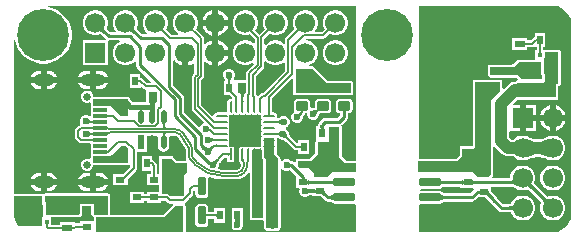
<source format=gtl>
G04*
G04 #@! TF.GenerationSoftware,Altium Limited,Altium Designer,24.10.1 (45)*
G04*
G04 Layer_Physical_Order=1*
G04 Layer_Color=255*
%FSLAX43Y43*%
%MOMM*%
G71*
G04*
G04 #@! TF.SameCoordinates,D4E83C11-CEE0-4B41-BABA-8FBCDDE4BD80*
G04*
G04*
G04 #@! TF.FilePolarity,Positive*
G04*
G01*
G75*
%ADD11C,0.600*%
%ADD13C,0.150*%
%ADD14C,0.254*%
G04:AMPARAMS|DCode=22|XSize=0.239mm|YSize=0.979mm|CornerRadius=0.12mm|HoleSize=0mm|Usage=FLASHONLY|Rotation=90.000|XOffset=0mm|YOffset=0mm|HoleType=Round|Shape=RoundedRectangle|*
%AMROUNDEDRECTD22*
21,1,0.239,0.740,0,0,90.0*
21,1,0.000,0.979,0,0,90.0*
1,1,0.239,0.370,0.000*
1,1,0.239,0.370,0.000*
1,1,0.239,-0.370,0.000*
1,1,0.239,-0.370,0.000*
%
%ADD22ROUNDEDRECTD22*%
G04:AMPARAMS|DCode=23|XSize=0.979mm|YSize=0.239mm|CornerRadius=0.12mm|HoleSize=0mm|Usage=FLASHONLY|Rotation=90.000|XOffset=0mm|YOffset=0mm|HoleType=Round|Shape=RoundedRectangle|*
%AMROUNDEDRECTD23*
21,1,0.979,0.000,0,0,90.0*
21,1,0.740,0.239,0,0,90.0*
1,1,0.239,0.000,0.370*
1,1,0.239,0.000,-0.370*
1,1,0.239,0.000,-0.370*
1,1,0.239,0.000,0.370*
%
%ADD23ROUNDEDRECTD23*%
%ADD24R,0.239X0.979*%
%ADD25R,1.150X0.300*%
%ADD26R,1.150X0.600*%
G04:AMPARAMS|DCode=27|XSize=0.65mm|YSize=1.6mm|CornerRadius=0.114mm|HoleSize=0mm|Usage=FLASHONLY|Rotation=180.000|XOffset=0mm|YOffset=0mm|HoleType=Round|Shape=RoundedRectangle|*
%AMROUNDEDRECTD27*
21,1,0.650,1.373,0,0,180.0*
21,1,0.422,1.600,0,0,180.0*
1,1,0.228,-0.211,0.686*
1,1,0.228,0.211,0.686*
1,1,0.228,0.211,-0.686*
1,1,0.228,-0.211,-0.686*
%
%ADD27ROUNDEDRECTD27*%
%ADD28R,0.650X1.600*%
G04:AMPARAMS|DCode=29|XSize=1.156mm|YSize=0.536mm|CornerRadius=0.268mm|HoleSize=0mm|Usage=FLASHONLY|Rotation=90.000|XOffset=0mm|YOffset=0mm|HoleType=Round|Shape=RoundedRectangle|*
%AMROUNDEDRECTD29*
21,1,1.156,0.000,0,0,90.0*
21,1,0.620,0.536,0,0,90.0*
1,1,0.536,0.000,0.310*
1,1,0.536,0.000,-0.310*
1,1,0.536,0.000,-0.310*
1,1,0.536,0.000,0.310*
%
%ADD29ROUNDEDRECTD29*%
%ADD30R,0.536X1.156*%
G04:AMPARAMS|DCode=31|XSize=0.65mm|YSize=1.9mm|CornerRadius=0.163mm|HoleSize=0mm|Usage=FLASHONLY|Rotation=90.000|XOffset=0mm|YOffset=0mm|HoleType=Round|Shape=RoundedRectangle|*
%AMROUNDEDRECTD31*
21,1,0.650,1.575,0,0,90.0*
21,1,0.325,1.900,0,0,90.0*
1,1,0.325,0.788,0.163*
1,1,0.325,0.788,-0.163*
1,1,0.325,-0.788,-0.163*
1,1,0.325,-0.788,0.163*
%
%ADD31ROUNDEDRECTD31*%
%ADD32R,1.900X0.650*%
%ADD33R,0.830X0.625*%
%ADD34R,0.500X0.800*%
G04:AMPARAMS|DCode=35|XSize=0.8mm|YSize=1mm|CornerRadius=0.1mm|HoleSize=0mm|Usage=FLASHONLY|Rotation=90.000|XOffset=0mm|YOffset=0mm|HoleType=Round|Shape=RoundedRectangle|*
%AMROUNDEDRECTD35*
21,1,0.800,0.800,0,0,90.0*
21,1,0.600,1.000,0,0,90.0*
1,1,0.200,0.400,0.300*
1,1,0.200,0.400,-0.300*
1,1,0.200,-0.400,-0.300*
1,1,0.200,-0.400,0.300*
%
%ADD35ROUNDEDRECTD35*%
%ADD36R,0.800X0.900*%
%ADD37R,0.900X0.800*%
%ADD38R,0.800X0.500*%
%ADD39C,0.650*%
%ADD40O,2.100X1.000*%
%ADD41O,1.800X1.000*%
G04:AMPARAMS|DCode=42|XSize=1.7mm|YSize=1.7mm|CornerRadius=0.85mm|HoleSize=0mm|Usage=FLASHONLY|Rotation=90.000|XOffset=0mm|YOffset=0mm|HoleType=Round|Shape=RoundedRectangle|*
%AMROUNDEDRECTD42*
21,1,1.700,0.000,0,0,90.0*
21,1,0.000,1.700,0,0,90.0*
1,1,1.700,0.000,0.000*
1,1,1.700,0.000,0.000*
1,1,1.700,0.000,0.000*
1,1,1.700,0.000,0.000*
%
%ADD42ROUNDEDRECTD42*%
%ADD43R,1.700X1.700*%
G04:AMPARAMS|DCode=44|XSize=1.7mm|YSize=1.7mm|CornerRadius=0.85mm|HoleSize=0mm|Usage=FLASHONLY|Rotation=0.000|XOffset=0mm|YOffset=0mm|HoleType=Round|Shape=RoundedRectangle|*
%AMROUNDEDRECTD44*
21,1,1.700,0.000,0,0,0.0*
21,1,0.000,1.700,0,0,0.0*
1,1,1.700,0.000,0.000*
1,1,1.700,0.000,0.000*
1,1,1.700,0.000,0.000*
1,1,1.700,0.000,0.000*
%
%ADD44ROUNDEDRECTD44*%
%ADD45R,1.700X1.700*%
%ADD46C,0.800*%
%ADD47R,2.700X2.700*%
%ADD58R,0.350X0.660*%
%ADD59R,0.350X0.430*%
%ADD60R,1.250X1.100*%
%ADD71C,0.600*%
%ADD72C,0.144*%
%ADD73C,0.144*%
%ADD74C,0.146*%
%ADD75C,0.400*%
%ADD76C,0.180*%
%ADD77C,0.300*%
%ADD78C,0.295*%
%ADD79C,0.500*%
%ADD80C,0.295*%
%ADD81C,1.000*%
%ADD82C,4.400*%
G36*
X24590Y17450D02*
X24579Y17459D01*
X24567Y17464D01*
X24554Y17467D01*
X24540Y17466D01*
X24524Y17461D01*
X24507Y17454D01*
X24490Y17443D01*
X24470Y17429D01*
X24450Y17412D01*
X24429Y17391D01*
X24326Y17495D01*
X24346Y17516D01*
X24364Y17537D01*
X24378Y17556D01*
X24388Y17574D01*
X24396Y17590D01*
X24400Y17606D01*
X24401Y17620D01*
X24399Y17634D01*
X24394Y17646D01*
X24385Y17657D01*
X24590Y17450D01*
D02*
G37*
G36*
X27133Y17448D02*
X27123Y17456D01*
X27111Y17462D01*
X27097Y17464D01*
X27083Y17463D01*
X27067Y17459D01*
X27051Y17451D01*
X27033Y17440D01*
X27014Y17426D01*
X26993Y17409D01*
X26972Y17389D01*
X26869Y17492D01*
X26889Y17513D01*
X26906Y17534D01*
X26920Y17553D01*
X26931Y17571D01*
X26939Y17587D01*
X26943Y17603D01*
X26944Y17617D01*
X26942Y17631D01*
X26936Y17643D01*
X26928Y17653D01*
X27133Y17448D01*
D02*
G37*
G36*
X22064Y17439D02*
X22053Y17447D01*
X22041Y17453D01*
X22028Y17455D01*
X22013Y17454D01*
X21998Y17449D01*
X21981Y17442D01*
X21963Y17431D01*
X21944Y17417D01*
X21924Y17400D01*
X21903Y17380D01*
X21797Y17481D01*
X21818Y17503D01*
X21835Y17523D01*
X21849Y17542D01*
X21860Y17560D01*
X21868Y17577D01*
X21872Y17592D01*
X21873Y17607D01*
X21871Y17620D01*
X21865Y17632D01*
X21856Y17643D01*
X22064Y17439D01*
D02*
G37*
G36*
X15604Y17643D02*
X15598Y17631D01*
X15596Y17617D01*
X15597Y17603D01*
X15601Y17587D01*
X15609Y17571D01*
X15620Y17553D01*
X15634Y17534D01*
X15651Y17513D01*
X15671Y17492D01*
X15568Y17389D01*
X15547Y17409D01*
X15526Y17426D01*
X15507Y17440D01*
X15489Y17451D01*
X15473Y17459D01*
X15457Y17463D01*
X15443Y17464D01*
X15429Y17462D01*
X15417Y17456D01*
X15407Y17448D01*
X15612Y17653D01*
X15604Y17643D01*
D02*
G37*
G36*
X13064D02*
X13058Y17631D01*
X13056Y17617D01*
X13057Y17603D01*
X13061Y17587D01*
X13069Y17571D01*
X13080Y17553D01*
X13094Y17534D01*
X13111Y17513D01*
X13131Y17492D01*
X13028Y17389D01*
X13007Y17409D01*
X12986Y17426D01*
X12967Y17440D01*
X12949Y17451D01*
X12933Y17459D01*
X12917Y17463D01*
X12903Y17464D01*
X12889Y17462D01*
X12877Y17456D01*
X12867Y17448D01*
X13072Y17653D01*
X13064Y17643D01*
D02*
G37*
G36*
X20595Y17539D02*
X20588Y17528D01*
X20585Y17516D01*
X20585Y17503D01*
X20588Y17488D01*
X20595Y17472D01*
X20605Y17455D01*
X20618Y17436D01*
X20635Y17416D01*
X20656Y17395D01*
X20536Y17308D01*
X20514Y17329D01*
X20494Y17347D01*
X20474Y17361D01*
X20455Y17373D01*
X20437Y17382D01*
X20421Y17387D01*
X20405Y17389D01*
X20391Y17389D01*
X20377Y17385D01*
X20365Y17378D01*
X20606Y17548D01*
X20595Y17539D01*
D02*
G37*
G36*
X10591Y17765D02*
X10581Y17741D01*
X10577Y17713D01*
X10580Y17683D01*
X10591Y17650D01*
X10608Y17614D01*
X10632Y17576D01*
X10662Y17535D01*
X10700Y17491D01*
X10744Y17444D01*
X10536Y17236D01*
X10489Y17280D01*
X10445Y17318D01*
X10404Y17348D01*
X10366Y17372D01*
X10330Y17389D01*
X10297Y17400D01*
X10267Y17403D01*
X10239Y17399D01*
X10215Y17389D01*
X10193Y17372D01*
X10608Y17787D01*
X10591Y17765D01*
D02*
G37*
G36*
X8051D02*
X8041Y17741D01*
X8037Y17713D01*
X8040Y17683D01*
X8051Y17650D01*
X8068Y17614D01*
X8092Y17576D01*
X8122Y17535D01*
X8160Y17491D01*
X8204Y17444D01*
X7996Y17236D01*
X7949Y17280D01*
X7905Y17318D01*
X7864Y17348D01*
X7826Y17372D01*
X7790Y17389D01*
X7757Y17400D01*
X7727Y17403D01*
X7699Y17399D01*
X7675Y17389D01*
X7653Y17372D01*
X8068Y17787D01*
X8051Y17765D01*
D02*
G37*
G36*
X29327Y6471D02*
X28547D01*
X28163Y6855D01*
Y9332D01*
X28148Y9410D01*
X28119Y9454D01*
Y9464D01*
X28205Y9521D01*
X28622Y9939D01*
X28695Y10047D01*
X28720Y10175D01*
Y10514D01*
X28772D01*
X28889Y10537D01*
X28988Y10604D01*
X29054Y10703D01*
X29078Y10820D01*
Y11420D01*
X29054Y11537D01*
X28988Y11636D01*
X28889Y11702D01*
X28772Y11726D01*
X27972D01*
X27855Y11702D01*
X27756Y11636D01*
X27689Y11537D01*
X27666Y11420D01*
Y10820D01*
X27689Y10703D01*
X27756Y10604D01*
X27855Y10537D01*
X27972Y10514D01*
X28053D01*
Y10313D01*
X27831Y10090D01*
X26749D01*
X26622Y10065D01*
X26513Y9993D01*
X26219Y9698D01*
X26147Y9590D01*
X26121Y9463D01*
Y9439D01*
X26005D01*
Y8245D01*
X25979D01*
Y8215D01*
X25949Y8170D01*
X25934Y8092D01*
Y7096D01*
X25469Y6631D01*
X24467D01*
X24389Y6616D01*
X24342Y6585D01*
X24317D01*
Y6564D01*
X24278Y6506D01*
X24263Y6427D01*
Y6376D01*
X24146Y6327D01*
X24101Y6372D01*
X23986Y6449D01*
X23851Y6476D01*
X23848D01*
X23778Y6545D01*
X23594Y6621D01*
X23396D01*
X23212Y6545D01*
X23106Y6440D01*
X22979Y6489D01*
Y6634D01*
X22975Y6654D01*
X22975Y6674D01*
X22971Y6693D01*
X22964Y6711D01*
X22964Y6712D01*
X22963Y6713D01*
X22956Y6730D01*
X22950Y6745D01*
X22949Y6746D01*
X22949Y6747D01*
X22941Y6766D01*
X22941Y6766D01*
X22941Y6766D01*
X22941Y6766D01*
X22931Y6781D01*
X22916Y6796D01*
X22905Y6812D01*
X22736Y6980D01*
X22736Y6980D01*
X22644Y7072D01*
Y7601D01*
X22660Y7625D01*
X22685Y7750D01*
X22660Y7875D01*
X22644Y7899D01*
Y8101D01*
X22660Y8125D01*
X22685Y8250D01*
X22672Y8318D01*
X22694Y8353D01*
X22810Y8393D01*
X22834Y8377D01*
X22868Y8351D01*
X22873Y8348D01*
X22907Y8314D01*
X23091Y8238D01*
X23133D01*
X23136Y8237D01*
X23176Y8231D01*
X23208Y8224D01*
X23241Y8214D01*
X23275Y8201D01*
X23309Y8184D01*
X23345Y8163D01*
X23379Y8140D01*
X23459Y8075D01*
X24086Y7449D01*
X24176Y7388D01*
X24282Y7367D01*
X24479D01*
Y7045D01*
X25379D01*
Y8245D01*
X24479D01*
Y8021D01*
X24352Y7969D01*
X23851Y8470D01*
X23818Y8509D01*
X23789Y8546D01*
X23765Y8583D01*
X23744Y8619D01*
X23727Y8653D01*
X23714Y8687D01*
X23704Y8719D01*
X23696Y8751D01*
X23691Y8792D01*
X23690Y8794D01*
Y8837D01*
X23614Y9021D01*
X23473Y9161D01*
X23462Y9166D01*
Y9304D01*
X23524Y9330D01*
X23665Y9470D01*
X23741Y9654D01*
Y9853D01*
X23665Y10037D01*
X23524Y10177D01*
X23340Y10254D01*
X23142D01*
X22958Y10177D01*
X22926Y10146D01*
X22923Y10144D01*
X22890Y10119D01*
X22863Y10101D01*
X22832Y10085D01*
X22799Y10070D01*
X22767Y10059D01*
X22734Y10078D01*
X22684Y10131D01*
X22669Y10166D01*
X22685Y10250D01*
X22660Y10375D01*
X22590Y10480D01*
X22484Y10551D01*
X22359Y10576D01*
X22268D01*
Y11790D01*
X23934Y13457D01*
X24051Y13408D01*
Y12220D01*
X24067Y12142D01*
X24111Y12076D01*
X24177Y12031D01*
X24255Y12016D01*
X24381D01*
X24390Y12014D01*
X25190D01*
X25200Y12016D01*
X26171D01*
X26181Y12014D01*
X26981D01*
X26991Y12016D01*
X27962D01*
X27972Y12014D01*
X28772D01*
X28782Y12016D01*
X28948D01*
X29026Y12031D01*
X29092Y12076D01*
X29136Y12142D01*
X29152Y12220D01*
Y13025D01*
X29136Y13103D01*
X29092Y13169D01*
X29026Y13213D01*
X28948Y13229D01*
X27008Y13229D01*
X25823Y14414D01*
X25757Y14458D01*
X25679Y14474D01*
X25425D01*
X25408Y14601D01*
X25485Y14622D01*
X25725Y14760D01*
X25920Y14955D01*
X26058Y15195D01*
X26130Y15462D01*
Y15738D01*
X26058Y16005D01*
X25920Y16245D01*
X25725Y16440D01*
X25485Y16578D01*
X25218Y16650D01*
X25187D01*
X25119Y16777D01*
X25142Y16812D01*
X26570D01*
X26677Y16833D01*
X26767Y16893D01*
X27101Y17227D01*
X27215Y17162D01*
X27482Y17090D01*
X27758D01*
X28025Y17162D01*
X28265Y17300D01*
X28460Y17495D01*
X28598Y17735D01*
X28670Y18002D01*
Y18278D01*
X28598Y18545D01*
X28460Y18785D01*
X28265Y18980D01*
X28025Y19118D01*
X27758Y19190D01*
X27482D01*
X27215Y19118D01*
X26975Y18980D01*
X26780Y18785D01*
X26642Y18545D01*
X26570Y18278D01*
Y18002D01*
X26642Y17735D01*
X26707Y17621D01*
X26455Y17368D01*
X25959D01*
X25911Y17486D01*
X25920Y17495D01*
X26058Y17735D01*
X26130Y18002D01*
Y18278D01*
X26058Y18545D01*
X25920Y18785D01*
X25725Y18980D01*
X25485Y19118D01*
X25218Y19190D01*
X24942D01*
X24675Y19118D01*
X24435Y18980D01*
X24240Y18785D01*
X24102Y18545D01*
X24030Y18278D01*
Y18002D01*
X24102Y17735D01*
X24165Y17624D01*
X23451Y16910D01*
X23390Y16820D01*
X23369Y16713D01*
Y16422D01*
X23252Y16373D01*
X23185Y16440D01*
X22945Y16578D01*
X22678Y16650D01*
X22402D01*
X22135Y16578D01*
X21895Y16440D01*
X21741Y16286D01*
X21614Y16339D01*
Y16801D01*
X22033Y17220D01*
X22135Y17162D01*
X22402Y17090D01*
X22678D01*
X22945Y17162D01*
X23185Y17300D01*
X23380Y17495D01*
X23518Y17735D01*
X23590Y18002D01*
Y18278D01*
X23518Y18545D01*
X23380Y18785D01*
X23185Y18980D01*
X22945Y19118D01*
X22678Y19190D01*
X22402D01*
X22135Y19118D01*
X21895Y18980D01*
X21700Y18785D01*
X21562Y18545D01*
X21490Y18278D01*
Y18002D01*
X21562Y17735D01*
X21634Y17608D01*
X21184Y17157D01*
X20842Y17499D01*
X20978Y17735D01*
X21050Y18002D01*
Y18278D01*
X20978Y18545D01*
X20840Y18785D01*
X20645Y18980D01*
X20405Y19118D01*
X20138Y19190D01*
X19862D01*
X19595Y19118D01*
X19355Y18980D01*
X19160Y18785D01*
X19022Y18545D01*
X18950Y18278D01*
Y18002D01*
X19022Y17735D01*
X19160Y17495D01*
X19355Y17300D01*
X19595Y17162D01*
X19862Y17090D01*
X20138D01*
X20395Y17159D01*
X20778Y16776D01*
Y16472D01*
X20661Y16424D01*
X20645Y16440D01*
X20405Y16578D01*
X20138Y16650D01*
X19862D01*
X19595Y16578D01*
X19355Y16440D01*
X19160Y16245D01*
X19022Y16005D01*
X18950Y15738D01*
Y15462D01*
X19022Y15195D01*
X19160Y14955D01*
X19355Y14760D01*
X19595Y14622D01*
X19862Y14550D01*
X20138D01*
X20405Y14622D01*
X20557Y14709D01*
X20699Y14645D01*
X20704Y14621D01*
X20149Y14065D01*
X20088Y13975D01*
X20067Y13868D01*
Y13277D01*
X19122D01*
X19122Y13277D01*
Y13277D01*
X19069Y13289D01*
X19061Y13296D01*
X19028Y13347D01*
X19022Y13427D01*
X19022Y13428D01*
X19023Y13429D01*
X19052Y13458D01*
X19128Y13642D01*
Y13841D01*
X19052Y14025D01*
X18911Y14165D01*
X18728Y14241D01*
X18529D01*
X18345Y14165D01*
X18204Y14025D01*
X18128Y13841D01*
Y13642D01*
X18204Y13458D01*
X18236Y13427D01*
X18237Y13424D01*
X18262Y13391D01*
X18280Y13363D01*
X18285Y13354D01*
X18261Y13285D01*
X18232Y13247D01*
X18202Y13227D01*
X18182D01*
Y12027D01*
X18685D01*
X18703Y12012D01*
X18895Y11820D01*
X18860Y11675D01*
X18845Y11666D01*
X18750Y11685D01*
X18625Y11660D01*
X18520Y11590D01*
X18449Y11484D01*
X18424Y11359D01*
Y10697D01*
X18392Y10608D01*
X18303Y10576D01*
X17641D01*
X17516Y10551D01*
X17410Y10480D01*
X17340Y10375D01*
X17326Y10306D01*
X17193Y10259D01*
X16263Y11189D01*
Y13303D01*
X16414Y13455D01*
X16475Y13545D01*
X16496Y13651D01*
Y14823D01*
X16623Y14876D01*
X16782Y14717D01*
X17034Y14571D01*
X17210Y14524D01*
Y15600D01*
Y16676D01*
X17034Y16629D01*
X16782Y16483D01*
X16623Y16324D01*
X16496Y16377D01*
Y16842D01*
X16475Y16949D01*
X16414Y17039D01*
X15833Y17621D01*
X15898Y17735D01*
X15970Y18002D01*
Y18278D01*
X15898Y18545D01*
X15760Y18785D01*
X15565Y18980D01*
X15325Y19118D01*
X15058Y19190D01*
X14782D01*
X14515Y19118D01*
X14275Y18980D01*
X14080Y18785D01*
X13942Y18545D01*
X13870Y18278D01*
Y18002D01*
X13942Y17735D01*
X14080Y17495D01*
X14275Y17300D01*
X14325Y17271D01*
X14291Y17144D01*
X13770D01*
X13293Y17621D01*
X13358Y17735D01*
X13430Y18002D01*
Y18278D01*
X13358Y18545D01*
X13220Y18785D01*
X13025Y18980D01*
X12785Y19118D01*
X12518Y19190D01*
X12242D01*
X11975Y19118D01*
X11735Y18980D01*
X11540Y18785D01*
X11402Y18545D01*
X11330Y18278D01*
Y18002D01*
X11402Y17735D01*
X11540Y17495D01*
X11714Y17322D01*
X11683Y17195D01*
X11287D01*
X10837Y17644D01*
X10821Y17662D01*
X10800Y17691D01*
X10796Y17697D01*
X10818Y17735D01*
X10890Y18002D01*
Y18278D01*
X10818Y18545D01*
X10680Y18785D01*
X10485Y18980D01*
X10245Y19118D01*
X9978Y19190D01*
X9702D01*
X9435Y19118D01*
X9195Y18980D01*
X9000Y18785D01*
X8862Y18545D01*
X8790Y18278D01*
Y18002D01*
X8862Y17735D01*
X9000Y17495D01*
X9008Y17487D01*
X8959Y17370D01*
X8571D01*
X8297Y17644D01*
X8281Y17662D01*
X8260Y17691D01*
X8256Y17697D01*
X8278Y17735D01*
X8350Y18002D01*
Y18278D01*
X8278Y18545D01*
X8140Y18785D01*
X7945Y18980D01*
X7705Y19118D01*
X7438Y19190D01*
X7162D01*
X6895Y19118D01*
X6655Y18980D01*
X6460Y18785D01*
X6322Y18545D01*
X6250Y18278D01*
Y18002D01*
X6322Y17735D01*
X6460Y17495D01*
X6655Y17300D01*
X6895Y17162D01*
X7162Y17090D01*
X7438D01*
X7705Y17162D01*
X7743Y17184D01*
X7749Y17180D01*
X7778Y17159D01*
X7796Y17143D01*
X8162Y16777D01*
X8155Y16727D01*
X8117Y16650D01*
X6250D01*
Y14550D01*
X8350D01*
Y16547D01*
X8421Y16657D01*
X8472Y16661D01*
X9324D01*
X9358Y16534D01*
X9195Y16440D01*
X9000Y16245D01*
X8862Y16005D01*
X8790Y15738D01*
Y15462D01*
X8862Y15195D01*
X9000Y14955D01*
X9195Y14760D01*
X9435Y14622D01*
X9702Y14550D01*
X9978D01*
X10245Y14622D01*
X10485Y14760D01*
X10618Y14894D01*
X10745Y14841D01*
Y14605D01*
X10772Y14469D01*
X10849Y14354D01*
X12036Y13167D01*
X11988Y13050D01*
X11673D01*
X11283Y13441D01*
X11192Y13501D01*
X11108Y13518D01*
Y13844D01*
X10208D01*
Y12644D01*
X11108D01*
Y12662D01*
X11226Y12710D01*
X11361Y12575D01*
X11451Y12515D01*
X11558Y12493D01*
X11594D01*
Y11463D01*
X10419D01*
X10277Y11605D01*
X10237Y11632D01*
Y11700D01*
X10221Y11778D01*
X10177Y11844D01*
X10111Y11888D01*
X10033Y11904D01*
X7128D01*
Y11994D01*
X7048Y12187D01*
X6900Y12335D01*
X6707Y12415D01*
X6498D01*
X6305Y12335D01*
X6157Y12187D01*
X6077Y11994D01*
Y11786D01*
X6157Y11593D01*
X6305Y11445D01*
X6498Y11365D01*
X6707D01*
X6793Y11401D01*
X6899Y11330D01*
Y11100D01*
X6903Y11080D01*
Y10297D01*
X6775Y10244D01*
X6766Y10254D01*
X6582Y10330D01*
X6383D01*
X6200Y10254D01*
X6059Y10113D01*
X5983Y9929D01*
Y9730D01*
X6021Y9639D01*
X6005Y9508D01*
X5961Y9477D01*
X5914Y9446D01*
X5668Y9200D01*
X5607Y9110D01*
X5586Y9003D01*
Y8481D01*
X5607Y8375D01*
X5668Y8285D01*
X5899Y8054D01*
X5989Y7994D01*
X6095Y7972D01*
X6267D01*
X6296Y7967D01*
X6806D01*
X6903Y7876D01*
Y6920D01*
X6899Y6900D01*
Y6670D01*
X6793Y6599D01*
X6707Y6635D01*
X6498D01*
X6305Y6555D01*
X6157Y6407D01*
X6077Y6214D01*
Y6006D01*
X6157Y5813D01*
X6305Y5665D01*
X6498Y5585D01*
X6707D01*
X6900Y5665D01*
X7048Y5813D01*
X7128Y6006D01*
Y6096D01*
X10033D01*
X10111Y6112D01*
X10134Y6127D01*
X10261Y6070D01*
Y5952D01*
X9650Y5340D01*
X9629Y5321D01*
X8824D01*
Y4421D01*
X10024D01*
Y4925D01*
X10039Y4943D01*
X10736Y5640D01*
X10796Y5730D01*
X10818Y5837D01*
Y7247D01*
X11641D01*
Y8599D01*
X12546D01*
X12623Y8472D01*
X12596Y8335D01*
Y7715D01*
X12632Y7532D01*
X12736Y7377D01*
X12890Y7274D01*
X13073Y7238D01*
X13256Y7274D01*
X13410Y7377D01*
X13514Y7532D01*
X13550Y7715D01*
Y8335D01*
X13523Y8472D01*
X13600Y8599D01*
X13961D01*
X13976Y8599D01*
X13976Y8599D01*
X14038Y8602D01*
X14099Y8608D01*
X14099Y8608D01*
X14213Y8577D01*
X14233Y8569D01*
X14245Y8540D01*
X14248Y8542D01*
X14249Y8542D01*
X14920Y7533D01*
X14926Y7519D01*
Y6912D01*
X14926Y6911D01*
X14926Y6911D01*
X14926D01*
X14949Y6741D01*
X15003Y6610D01*
X15004Y6606D01*
X15008Y6598D01*
X15015Y6579D01*
X15002Y6528D01*
X14948Y6456D01*
X14233D01*
X13902Y6786D01*
X13836Y6831D01*
X13758Y6846D01*
X12914D01*
X12894Y6842D01*
X12714D01*
Y6662D01*
X12710Y6642D01*
Y5321D01*
X12539D01*
Y6064D01*
X12518Y6171D01*
X12458Y6261D01*
X12280Y6439D01*
X12189Y6499D01*
X12114Y6514D01*
Y6842D01*
X11214D01*
Y5642D01*
X11983D01*
Y5321D01*
X11661D01*
Y4421D01*
X12710D01*
Y3821D01*
X11661D01*
Y3649D01*
X11427D01*
Y3821D01*
X10227D01*
Y2921D01*
X11427D01*
Y3093D01*
X11661D01*
Y2921D01*
X12861D01*
Y3093D01*
X13252D01*
X13420Y2925D01*
X13510Y2865D01*
X13616Y2844D01*
X13759D01*
X13856Y2835D01*
X13870Y2711D01*
X13032Y1872D01*
X8564Y1872D01*
Y2700D01*
Y3497D01*
X8548Y3575D01*
X8504Y3641D01*
X8438Y3685D01*
X8360Y3701D01*
X3037D01*
X3027Y3699D01*
X3017Y3700D01*
X2988Y3691D01*
X2959Y3685D01*
X2950Y3679D01*
X2941Y3677D01*
X2918Y3658D01*
X2913Y3655D01*
X2896Y3666D01*
X2818Y3682D01*
X412D01*
X407Y3686D01*
Y16681D01*
X534Y16694D01*
X592Y16400D01*
X773Y15963D01*
X1036Y15570D01*
X1370Y15236D01*
X1763Y14973D01*
X2200Y14792D01*
X2664Y14700D01*
X3136D01*
X3600Y14792D01*
X4037Y14973D01*
X4430Y15236D01*
X4764Y15570D01*
X5027Y15963D01*
X5208Y16400D01*
X5300Y16864D01*
Y17336D01*
X5208Y17800D01*
X5027Y18237D01*
X4764Y18630D01*
X4430Y18964D01*
X4037Y19227D01*
X3600Y19408D01*
X3313Y19465D01*
X3325Y19592D01*
X29327D01*
Y6471D01*
D02*
G37*
G36*
X44701Y16557D02*
X44700Y16563D01*
X44696Y16569D01*
X44691Y16574D01*
X44683Y16578D01*
X44674Y16581D01*
X44662Y16584D01*
X44648Y16587D01*
X44632Y16588D01*
X44593Y16590D01*
Y16735D01*
X44613Y16736D01*
X44648Y16738D01*
X44662Y16740D01*
X44674Y16743D01*
X44683Y16747D01*
X44691Y16751D01*
X44696Y16756D01*
X44700Y16761D01*
X44701Y16767D01*
Y16557D01*
D02*
G37*
G36*
X43641Y16510D02*
X43646Y16497D01*
X43653Y16487D01*
X43664Y16477D01*
X43677Y16469D01*
X43693Y16462D01*
X43713Y16457D01*
X43735Y16454D01*
X43760Y16452D01*
X43789Y16451D01*
Y16305D01*
X43760Y16304D01*
X43735Y16302D01*
X43713Y16298D01*
X43693Y16293D01*
X43677Y16287D01*
X43664Y16279D01*
X43653Y16269D01*
X43646Y16258D01*
X43641Y16246D01*
X43640Y16232D01*
Y16524D01*
X43641Y16510D01*
D02*
G37*
G36*
X45044Y16264D02*
X45038Y16261D01*
X45033Y16256D01*
X45029Y16249D01*
X45026Y16239D01*
X45023Y16228D01*
X45020Y16214D01*
X45019Y16198D01*
X45018Y16160D01*
X44872D01*
X44871Y16180D01*
X44869Y16214D01*
X44867Y16228D01*
X44864Y16239D01*
X44860Y16249D01*
X44856Y16256D01*
X44851Y16261D01*
X44846Y16264D01*
X44840Y16265D01*
X45050D01*
X45044Y16264D01*
D02*
G37*
G36*
X45011Y15768D02*
X45013Y15743D01*
X45017Y15720D01*
X45022Y15701D01*
X45029Y15685D01*
X45037Y15671D01*
X45046Y15661D01*
X45057Y15653D01*
X45069Y15649D01*
X45083Y15647D01*
X44792D01*
X44805Y15649D01*
X44818Y15653D01*
X44829Y15661D01*
X44838Y15671D01*
X44846Y15685D01*
X44853Y15701D01*
X44858Y15720D01*
X44862Y15743D01*
X44864Y15768D01*
X44864Y15796D01*
X45010D01*
X45011Y15768D01*
D02*
G37*
G36*
X15170Y14524D02*
X15346Y14571D01*
X15565Y14697D01*
X15692Y14646D01*
Y13869D01*
X15540Y13718D01*
X15480Y13628D01*
X15459Y13521D01*
Y10887D01*
X15480Y10780D01*
X15540Y10690D01*
X16457Y9773D01*
X16427Y9624D01*
X16354Y9593D01*
X16213Y9453D01*
X16186Y9387D01*
X16036Y9357D01*
X14830Y10563D01*
Y11809D01*
X14804Y11945D01*
X14727Y12060D01*
X13893Y12894D01*
Y14926D01*
X14015Y14959D01*
X14037Y14922D01*
X14242Y14717D01*
X14494Y14571D01*
X14670Y14524D01*
Y15600D01*
X15170D01*
Y14524D01*
D02*
G37*
G36*
X45043Y13983D02*
X45047Y13964D01*
Y13799D01*
X45056Y13792D01*
X45081Y13783D01*
X45109Y13780D01*
X45047D01*
Y13753D01*
X45112D01*
Y13353D01*
X43413D01*
X43076Y13691D01*
X40838D01*
X40748Y13780D01*
X40748Y14386D01*
X42736D01*
X43184Y14833D01*
X45043D01*
Y13983D01*
D02*
G37*
G36*
X10904Y13376D02*
X10908Y13363D01*
X10916Y13352D01*
X10926Y13343D01*
X10940Y13335D01*
X10956Y13328D01*
X10975Y13323D01*
X10998Y13320D01*
X11023Y13317D01*
X11051Y13317D01*
Y13171D01*
X11023Y13170D01*
X10998Y13168D01*
X10975Y13164D01*
X10956Y13159D01*
X10940Y13153D01*
X10926Y13145D01*
X10916Y13135D01*
X10908Y13124D01*
X10904Y13112D01*
X10902Y13098D01*
Y13390D01*
X10904Y13376D01*
D02*
G37*
G36*
X18830Y13512D02*
X18804Y13470D01*
X18780Y13425D01*
X18760Y13377D01*
X18743Y13327D01*
X18729Y13274D01*
X18718Y13217D01*
X18711Y13158D01*
X18708Y13116D01*
X18711Y13095D01*
X18716Y13076D01*
X18723Y13060D01*
X18731Y13047D01*
X18740Y13037D01*
X18751Y13030D01*
X18764Y13025D01*
X18777Y13024D01*
X18486D01*
X18500Y13025D01*
X18512Y13030D01*
X18523Y13037D01*
X18532Y13047D01*
X18540Y13060D01*
X18547Y13076D01*
X18552Y13095D01*
X18555Y13115D01*
X18552Y13155D01*
X18544Y13214D01*
X18533Y13270D01*
X18519Y13323D01*
X18501Y13374D01*
X18480Y13422D01*
X18456Y13467D01*
X18429Y13509D01*
X18399Y13548D01*
X18859Y13550D01*
X18830Y13512D01*
D02*
G37*
G36*
X26924Y13025D02*
X28948Y13025D01*
Y12220D01*
X24255D01*
Y13025D01*
Y14270D01*
X25679D01*
X26924Y13025D01*
D02*
G37*
G36*
X18868Y12425D02*
X18864Y12412D01*
X18864Y12397D01*
X18868Y12379D01*
X18877Y12360D01*
X18890Y12338D01*
X18907Y12314D01*
X18927Y12288D01*
X18982Y12230D01*
X18879Y12127D01*
X18848Y12156D01*
X18794Y12202D01*
X18771Y12219D01*
X18749Y12232D01*
X18729Y12240D01*
X18712Y12245D01*
X18697Y12245D01*
X18683Y12241D01*
X18672Y12233D01*
X18875Y12436D01*
X18868Y12425D01*
D02*
G37*
G36*
X21895Y14760D02*
X22135Y14622D01*
X22402Y14550D01*
X22678D01*
X22945Y14622D01*
X23185Y14760D01*
X23252Y14827D01*
X23369Y14778D01*
Y14066D01*
X21560Y12257D01*
X21521D01*
X21415Y12236D01*
X21324Y12176D01*
X21128Y11980D01*
X21111Y11976D01*
X20972Y12003D01*
X20947Y12040D01*
X20903Y12084D01*
Y13626D01*
X21533Y14256D01*
X21593Y14346D01*
X21614Y14453D01*
Y14861D01*
X21741Y14914D01*
X21895Y14760D01*
D02*
G37*
G36*
X19973Y12178D02*
X19953Y12170D01*
X19936Y12158D01*
X19920Y12141D01*
X19907Y12119D01*
X19897Y12092D01*
X19888Y12060D01*
X19883Y12023D01*
X19879Y11982D01*
X19878Y11935D01*
X19624D01*
X19623Y11982D01*
X19619Y12023D01*
X19613Y12060D01*
X19605Y12092D01*
X19594Y12119D01*
X19581Y12141D01*
X19566Y12158D01*
X19548Y12170D01*
X19528Y12178D01*
X19506Y12180D01*
X19996D01*
X19973Y12178D01*
D02*
G37*
G36*
X46497Y12994D02*
X46303D01*
Y11840D01*
X43036D01*
Y13083D01*
X45288D01*
X45412Y13206D01*
Y13783D01*
X45312Y13883D01*
Y13957D01*
X45287Y13960D01*
X45312D01*
Y13983D01*
X45247D01*
Y15023D01*
X45312D01*
Y15047D01*
X45287D01*
X45312Y15050D01*
Y15118D01*
X45412Y15218D01*
X45412Y15223D01*
Y15653D01*
X46497D01*
Y12994D01*
D02*
G37*
G36*
X46463Y19531D02*
X46753Y19411D01*
X47014Y19236D01*
X47236Y19015D01*
X47410Y18754D01*
X47530Y18464D01*
X47591Y18157D01*
Y18000D01*
Y2000D01*
Y1843D01*
X47530Y1535D01*
X47410Y1246D01*
X47236Y985D01*
X47014Y763D01*
X46753Y589D01*
X46463Y469D01*
X46156Y408D01*
X34682D01*
Y2746D01*
X34792Y2840D01*
X34809Y2844D01*
X34862Y2833D01*
X36438D01*
X36579Y2861D01*
X36652Y2910D01*
X36654Y2911D01*
X36656Y2913D01*
X36699Y2941D01*
X36713Y2962D01*
X36714Y2963D01*
X36724Y2977D01*
X36727Y2980D01*
X36733Y2983D01*
X36741Y2988D01*
X36754Y2994D01*
X36772Y3000D01*
X36795Y3005D01*
X36824Y3010D01*
X36836Y3011D01*
X39173D01*
X39309Y3038D01*
X39424Y3114D01*
X39715Y3406D01*
X40271D01*
X40294Y3390D01*
X40376Y3320D01*
X40659Y3037D01*
X40661Y3031D01*
X40737Y2916D01*
X41440Y2213D01*
X41555Y2136D01*
X41691Y2109D01*
X42428D01*
X42453Y2107D01*
X42488Y2102D01*
X42495Y2101D01*
X42506Y2059D01*
X42645Y1819D01*
X42840Y1624D01*
X43080Y1485D01*
X43347Y1414D01*
X43623D01*
X43890Y1485D01*
X44130Y1624D01*
X44325Y1819D01*
X44463Y2059D01*
X44535Y2326D01*
Y2602D01*
X44463Y2869D01*
X44325Y3109D01*
X44130Y3304D01*
X43890Y3442D01*
X43623Y3514D01*
X43347D01*
X43080Y3442D01*
X42840Y3304D01*
X42645Y3109D01*
X42506Y2869D01*
X42495Y2827D01*
X42488Y2825D01*
X42453Y2820D01*
X42428Y2818D01*
X41838D01*
X41317Y3339D01*
X41315Y3345D01*
X41239Y3460D01*
X40890Y3809D01*
X40843Y3860D01*
X40809Y3901D01*
X40792Y3926D01*
Y4280D01*
X42602D01*
X42633Y4278D01*
X42679Y4273D01*
X42717Y4265D01*
X42747Y4257D01*
X42840Y4164D01*
X43080Y4025D01*
X43347Y3954D01*
X43623D01*
X43890Y4025D01*
X43928Y4047D01*
X43934Y4044D01*
X43963Y4022D01*
X43981Y4006D01*
X45027Y2960D01*
X45043Y2942D01*
X45065Y2913D01*
X45068Y2907D01*
X45046Y2869D01*
X44975Y2602D01*
Y2326D01*
X45046Y2059D01*
X45185Y1819D01*
X45380Y1624D01*
X45620Y1485D01*
X45887Y1414D01*
X46163D01*
X46430Y1485D01*
X46670Y1624D01*
X46865Y1819D01*
X47003Y2059D01*
X47075Y2326D01*
Y2602D01*
X47003Y2869D01*
X46865Y3109D01*
X46670Y3304D01*
X46430Y3442D01*
X46163Y3514D01*
X45887D01*
X45620Y3442D01*
X45582Y3420D01*
X45576Y3424D01*
X45547Y3446D01*
X45528Y3461D01*
X44482Y4507D01*
X44467Y4526D01*
X44445Y4555D01*
X44441Y4561D01*
X44463Y4599D01*
X44535Y4866D01*
Y5142D01*
X44463Y5409D01*
X44325Y5649D01*
X44130Y5844D01*
X43890Y5982D01*
X43623Y6054D01*
X43347D01*
X43080Y5982D01*
X42840Y5844D01*
X42645Y5649D01*
X42506Y5409D01*
X42435Y5142D01*
Y4989D01*
X40916D01*
X40863Y5116D01*
X40937Y5190D01*
X40981Y5256D01*
X40996Y5334D01*
Y7622D01*
X41123Y7665D01*
X41131Y7654D01*
X41741Y7045D01*
X41887Y6932D01*
X42057Y6862D01*
X42240Y6838D01*
X42706D01*
X42840Y6704D01*
X43080Y6565D01*
X43347Y6494D01*
X43623D01*
X43890Y6565D01*
X43939Y6594D01*
X44005Y6626D01*
X44110Y6670D01*
X44220Y6709D01*
X44335Y6743D01*
X44592Y6797D01*
X44723Y6815D01*
X44755Y6818D01*
X44786Y6815D01*
X44918Y6797D01*
X45175Y6743D01*
X45289Y6709D01*
X45400Y6670D01*
X45504Y6626D01*
X45571Y6594D01*
X45620Y6565D01*
X45887Y6494D01*
X46163D01*
X46430Y6565D01*
X46670Y6704D01*
X46865Y6899D01*
X47003Y7139D01*
X47075Y7406D01*
Y7682D01*
X47003Y7949D01*
X46865Y8189D01*
X46670Y8384D01*
X46430Y8522D01*
X46163Y8594D01*
X45887D01*
X45620Y8522D01*
X45571Y8494D01*
X45504Y8461D01*
X45400Y8417D01*
X45289Y8378D01*
X45175Y8345D01*
X44918Y8291D01*
X44786Y8272D01*
X44755Y8270D01*
X44723Y8272D01*
X44592Y8291D01*
X44335Y8345D01*
X44220Y8378D01*
X44110Y8417D01*
X44005Y8461D01*
X43939Y8494D01*
X43890Y8522D01*
X43623Y8594D01*
X43347D01*
X43080Y8522D01*
X42840Y8384D01*
X42706Y8250D01*
X42533D01*
X42337Y8446D01*
Y8871D01*
X42381Y8980D01*
X43235D01*
Y10084D01*
Y11188D01*
X42680D01*
X42631Y11305D01*
X42975Y11649D01*
X43036Y11637D01*
X46303D01*
X46381Y11652D01*
X46448Y11696D01*
X46492Y11762D01*
X46507Y11840D01*
Y12792D01*
X46575Y12806D01*
X46642Y12850D01*
X46686Y12916D01*
X46701Y12994D01*
Y15653D01*
X46686Y15731D01*
X46642Y15798D01*
X46612Y15817D01*
Y15853D01*
X46517D01*
X46497Y15857D01*
X45412D01*
X45392Y15853D01*
X45216D01*
Y16062D01*
X45395D01*
Y17262D01*
X44495D01*
Y16921D01*
X44486Y16919D01*
X44396Y16859D01*
X44193Y16656D01*
X43846D01*
Y16890D01*
X42616D01*
Y15865D01*
X43846D01*
Y16100D01*
X44308D01*
X44368Y16111D01*
X44495Y16062D01*
Y16062D01*
X44659D01*
Y15853D01*
X44562D01*
Y15037D01*
X43184D01*
X43106Y15022D01*
X43040Y14978D01*
X42727Y14665D01*
X42616D01*
Y14590D01*
X40748D01*
X40728Y14586D01*
X40548D01*
Y14406D01*
X40544Y14386D01*
X40544Y13811D01*
X40544Y13780D01*
X40544Y13780D01*
X40548Y13686D01*
X40571D01*
X40604Y13636D01*
X40694Y13546D01*
X40760Y13502D01*
X40838Y13487D01*
X42991D01*
X43081Y13397D01*
X43016Y13283D01*
X42958Y13271D01*
X42891Y13227D01*
X42858Y13177D01*
X42799D01*
X42616Y13153D01*
X42446Y13083D01*
X42300Y12971D01*
X41869Y12540D01*
X41752Y12589D01*
X41752Y13136D01*
X41736Y13214D01*
X41692Y13280D01*
X41626Y13324D01*
X41548Y13340D01*
X39446D01*
X39368Y13324D01*
X39348Y13310D01*
X39253D01*
Y13192D01*
X39242Y13136D01*
Y8997D01*
X39257Y8922D01*
Y7872D01*
X39242Y7797D01*
Y7755D01*
X39184Y7697D01*
X38161D01*
Y7518D01*
X38156Y7493D01*
Y6907D01*
X37873Y6624D01*
X34682D01*
X34682Y10762D01*
Y19592D01*
X46156D01*
X46463Y19531D01*
D02*
G37*
G36*
X21323Y11570D02*
X21329Y11500D01*
X21332Y11480D01*
X21336Y11462D01*
X21341Y11445D01*
X21347Y11430D01*
X21353Y11417D01*
X21360Y11405D01*
X21140D01*
X21147Y11417D01*
X21153Y11430D01*
X21159Y11445D01*
X21164Y11462D01*
X21168Y11480D01*
X21171Y11500D01*
X21176Y11545D01*
X21177Y11570D01*
X21177Y11597D01*
X21323D01*
X21323Y11570D01*
D02*
G37*
G36*
X20823D02*
X20829Y11500D01*
X20832Y11480D01*
X20836Y11462D01*
X20841Y11445D01*
X20847Y11430D01*
X20853Y11417D01*
X20860Y11405D01*
X20640D01*
X20647Y11417D01*
X20653Y11430D01*
X20659Y11445D01*
X20664Y11462D01*
X20668Y11480D01*
X20671Y11500D01*
X20676Y11545D01*
X20677Y11570D01*
X20677Y11597D01*
X20823D01*
X20823Y11570D01*
D02*
G37*
G36*
X20323D02*
X20329Y11500D01*
X20332Y11480D01*
X20336Y11462D01*
X20341Y11445D01*
X20347Y11430D01*
X20353Y11417D01*
X20360Y11405D01*
X20140D01*
X20147Y11417D01*
X20153Y11430D01*
X20159Y11445D01*
X20164Y11462D01*
X20168Y11480D01*
X20171Y11500D01*
X20176Y11545D01*
X20177Y11570D01*
X20177Y11597D01*
X20323D01*
X20323Y11570D01*
D02*
G37*
G36*
X19840Y11580D02*
X19850Y11436D01*
X19853Y11423D01*
X19856Y11412D01*
X19860Y11405D01*
X19640D01*
X19644Y11412D01*
X19647Y11423D01*
X19650Y11436D01*
X19653Y11453D01*
X19657Y11495D01*
X19660Y11580D01*
X19660Y11614D01*
X19840D01*
X19840Y11580D01*
D02*
G37*
G36*
X19323Y11570D02*
X19329Y11500D01*
X19332Y11480D01*
X19336Y11462D01*
X19341Y11445D01*
X19347Y11430D01*
X19353Y11417D01*
X19360Y11405D01*
X19140D01*
X19147Y11417D01*
X19153Y11430D01*
X19159Y11445D01*
X19164Y11462D01*
X19168Y11480D01*
X19171Y11500D01*
X19176Y11545D01*
X19177Y11570D01*
X19177Y11597D01*
X19323D01*
X19323Y11570D01*
D02*
G37*
G36*
X12465Y11430D02*
X12435Y11418D01*
X12409Y11399D01*
X12386Y11373D01*
X12367Y11339D01*
X12351Y11297D01*
X12339Y11248D01*
X12330Y11191D01*
X12325Y11127D01*
X12323Y11055D01*
X11923D01*
X11922Y11126D01*
X11912Y11247D01*
X11903Y11295D01*
X11891Y11337D01*
X11878Y11371D01*
X11861Y11397D01*
X11842Y11416D01*
X11821Y11427D01*
X11797Y11431D01*
X12498Y11434D01*
X12465Y11430D01*
D02*
G37*
G36*
X12323Y10939D02*
X12343Y10647D01*
X12348Y10630D01*
X12354Y10619D01*
X11892D01*
X11898Y10630D01*
X11903Y10647D01*
X11908Y10671D01*
X11912Y10700D01*
X11918Y10777D01*
X11923Y11005D01*
X12323D01*
X12323Y10939D01*
D02*
G37*
G36*
X28617Y10721D02*
X28595Y10714D01*
X28576Y10701D01*
X28559Y10683D01*
X28545Y10660D01*
X28534Y10631D01*
X28525Y10598D01*
X28519Y10559D01*
X28515Y10516D01*
X28514Y10467D01*
X28260D01*
X28258Y10516D01*
X28255Y10559D01*
X28248Y10598D01*
X28239Y10631D01*
X28228Y10660D01*
X28214Y10683D01*
X28197Y10701D01*
X28178Y10714D01*
X28157Y10721D01*
X28133Y10724D01*
X28641D01*
X28617Y10721D01*
D02*
G37*
G36*
X22063Y10486D02*
X22065Y10461D01*
X22069Y10439D01*
X22074Y10419D01*
X22081Y10403D01*
X22089Y10390D01*
X22098Y10379D01*
X22109Y10372D01*
X22121Y10367D01*
X22135Y10366D01*
X21844D01*
X21858Y10367D01*
X21870Y10372D01*
X21881Y10379D01*
X21890Y10390D01*
X21898Y10403D01*
X21905Y10419D01*
X21910Y10439D01*
X21914Y10461D01*
X21916Y10486D01*
X21917Y10515D01*
X22062D01*
X22063Y10486D01*
D02*
G37*
G36*
X21125Y10318D02*
X21176Y10308D01*
X21294Y10250D01*
X21319Y10125D01*
X21389Y10019D01*
Y9980D01*
X21319Y9875D01*
X21294Y9750D01*
X21319Y9625D01*
X21337Y9598D01*
X21380Y9500D01*
X21337Y9402D01*
X21319Y9375D01*
X21294Y9250D01*
X21319Y9125D01*
X21337Y9098D01*
X21380Y9000D01*
X21337Y8902D01*
X21319Y8875D01*
X21294Y8750D01*
X21319Y8625D01*
X21389Y8519D01*
X21362Y8459D01*
X21362Y8457D01*
X21361Y8456D01*
X21339Y8405D01*
X21319Y8375D01*
X21294Y8250D01*
X21319Y8125D01*
X21346Y8084D01*
Y7916D01*
X21319Y7875D01*
X21294Y7750D01*
X21250Y7706D01*
X21125Y7681D01*
X21084Y7654D01*
X20916D01*
X20875Y7681D01*
X20750Y7706D01*
X20625Y7681D01*
X20520Y7611D01*
X20480D01*
X20375Y7681D01*
X20250Y7706D01*
X20125Y7681D01*
X20020Y7611D01*
X19980D01*
X19875Y7681D01*
X19750Y7706D01*
X19625Y7681D01*
X19520Y7611D01*
X19449Y7505D01*
X19424Y7380D01*
Y6640D01*
X19449Y6516D01*
X19476Y6475D01*
X19492Y6412D01*
X19496Y6382D01*
X19505Y6360D01*
X19506Y6357D01*
X19510Y6348D01*
X19514Y6339D01*
X19517Y6325D01*
X19524Y6315D01*
X19567Y6211D01*
X19599Y6169D01*
Y6025D01*
X19598D01*
X19574Y5906D01*
X19507Y5805D01*
X19406Y5738D01*
X19288Y5715D01*
Y5713D01*
X18081D01*
X18075Y5712D01*
X18074Y5712D01*
X17726Y5739D01*
X17671Y5862D01*
X17673Y5871D01*
X17747Y6047D01*
Y6089D01*
X17747Y6091D01*
X17752Y6125D01*
X17758Y6152D01*
X17768Y6180D01*
X17781Y6211D01*
X17799Y6244D01*
X17820Y6279D01*
X17845Y6314D01*
X17911Y6393D01*
X18233Y6715D01*
X18430D01*
Y6321D01*
X19070D01*
Y7634D01*
X19054Y7679D01*
X19070Y7697D01*
Y7700D01*
X18747D01*
X18706Y7750D01*
X18681Y7875D01*
X18611Y7980D01*
Y8019D01*
X18681Y8125D01*
X18706Y8250D01*
X18681Y8375D01*
X18663Y8402D01*
X18620Y8500D01*
X18663Y8598D01*
X18681Y8625D01*
X18706Y8750D01*
X18681Y8875D01*
X18663Y8902D01*
X18620Y9000D01*
X18663Y9098D01*
X18681Y9125D01*
X18706Y9250D01*
X18681Y9375D01*
X18663Y9402D01*
X18620Y9500D01*
X18663Y9598D01*
X18681Y9625D01*
X18706Y9750D01*
X18681Y9875D01*
X18611Y9980D01*
Y10019D01*
X18681Y10125D01*
X18706Y10250D01*
X18824Y10308D01*
X18875Y10318D01*
X18980Y10389D01*
X19020D01*
X19125Y10318D01*
X19250Y10294D01*
X19375Y10318D01*
X19480Y10389D01*
X19520D01*
X19625Y10318D01*
X19750Y10294D01*
X19875Y10318D01*
X19980Y10389D01*
X20020D01*
X20125Y10318D01*
X20250Y10294D01*
X20375Y10318D01*
X20480Y10389D01*
X20520D01*
X20625Y10318D01*
X20750Y10294D01*
X20875Y10318D01*
X20980Y10389D01*
X21020D01*
X21125Y10318D01*
D02*
G37*
G36*
X10033Y10239D02*
X9472Y10239D01*
X8611Y11100D01*
X7102D01*
Y11700D01*
X10033D01*
Y10239D01*
D02*
G37*
G36*
X8248Y10382D02*
X8252Y10370D01*
X8260Y10359D01*
X8270Y10349D01*
X8284Y10341D01*
X8300Y10335D01*
X8319Y10329D01*
X8342Y10326D01*
X8367Y10324D01*
X8395Y10323D01*
Y10177D01*
X8367Y10176D01*
X8342Y10174D01*
X8319Y10171D01*
X8300Y10165D01*
X8284Y10159D01*
X8270Y10151D01*
X8260Y10141D01*
X8252Y10130D01*
X8248Y10118D01*
X8246Y10104D01*
Y10396D01*
X8248Y10382D01*
D02*
G37*
G36*
X23050Y9522D02*
X23011Y9552D01*
X22969Y9578D01*
X22925Y9601D01*
X22877Y9621D01*
X22826Y9638D01*
X22773Y9652D01*
X22717Y9663D01*
X22658Y9671D01*
X22596Y9675D01*
X22565Y9676D01*
X22500Y9671D01*
X22480Y9668D01*
X22462Y9664D01*
X22445Y9659D01*
X22430Y9653D01*
X22417Y9647D01*
X22405Y9640D01*
Y9860D01*
X22417Y9853D01*
X22430Y9846D01*
X22445Y9841D01*
X22462Y9836D01*
X22480Y9832D01*
X22500Y9829D01*
X22545Y9824D01*
X22561Y9824D01*
X22593Y9824D01*
X22655Y9829D01*
X22714Y9837D01*
X22770Y9848D01*
X22823Y9863D01*
X22873Y9880D01*
X22921Y9901D01*
X22966Y9925D01*
X23008Y9953D01*
X23048Y9983D01*
X23050Y9522D01*
D02*
G37*
G36*
X17595Y9640D02*
X17583Y9647D01*
X17570Y9653D01*
X17555Y9659D01*
X17538Y9664D01*
X17520Y9668D01*
X17500Y9671D01*
X17455Y9676D01*
X17430Y9677D01*
X17403Y9677D01*
Y9823D01*
X17430Y9823D01*
X17500Y9829D01*
X17520Y9832D01*
X17538Y9836D01*
X17555Y9841D01*
X17570Y9846D01*
X17583Y9853D01*
X17595Y9860D01*
Y9640D01*
D02*
G37*
G36*
X6752Y9977D02*
X6787Y9944D01*
X6826Y9916D01*
X6868Y9891D01*
X6915Y9870D01*
X6965Y9853D01*
X7019Y9839D01*
X7053Y9834D01*
X7054Y9834D01*
X7069Y9840D01*
X7082Y9848D01*
X7093Y9858D01*
X7100Y9868D01*
X7104Y9881D01*
X7106Y9894D01*
Y9827D01*
X7138Y9824D01*
X7203Y9822D01*
X7161Y9678D01*
X7106Y9677D01*
Y9606D01*
X7104Y9619D01*
X7100Y9632D01*
X7093Y9642D01*
X7082Y9652D01*
X7069Y9660D01*
X7054Y9666D01*
X7035Y9671D01*
X7031Y9672D01*
X6905Y9662D01*
X6851Y9653D01*
X6802Y9642D01*
X6757Y9629D01*
X6716Y9615D01*
X6680Y9598D01*
X6647Y9579D01*
X6720Y10013D01*
X6752Y9977D01*
D02*
G37*
G36*
X13202Y9643D02*
X13190Y9638D01*
X13180Y9629D01*
X13170Y9616D01*
X13163Y9600D01*
X13156Y9580D01*
X13151Y9556D01*
X13148Y9529D01*
X13146Y9498D01*
X13145Y9464D01*
X13001D01*
X13000Y9498D01*
X12994Y9556D01*
X12989Y9580D01*
X12983Y9600D01*
X12975Y9616D01*
X12966Y9629D01*
X12956Y9638D01*
X12944Y9643D01*
X12930Y9645D01*
X13216D01*
X13202Y9643D01*
D02*
G37*
G36*
X26583Y9420D02*
X26586Y9381D01*
X26591Y9347D01*
X26598Y9318D01*
X26607Y9293D01*
X26618Y9272D01*
X26631Y9257D01*
X26645Y9245D01*
X26662Y9238D01*
X26681Y9236D01*
X26228D01*
X26247Y9238D01*
X26264Y9245D01*
X26279Y9257D01*
X26292Y9272D01*
X26303Y9293D01*
X26312Y9318D01*
X26319Y9347D01*
X26324Y9381D01*
X26327Y9420D01*
X26328Y9463D01*
X26582D01*
X26583Y9420D01*
D02*
G37*
G36*
X8248Y9382D02*
X8252Y9370D01*
X8259Y9358D01*
X8270Y9347D01*
X8283Y9337D01*
X8299Y9328D01*
X8318Y9320D01*
X8339Y9313D01*
X8364Y9307D01*
X8392Y9301D01*
X8390Y9148D01*
X8363Y9152D01*
X8338Y9155D01*
X8317Y9155D01*
X8298Y9153D01*
X8282Y9150D01*
X8269Y9144D01*
X8259Y9137D01*
X8252Y9128D01*
X8248Y9117D01*
X8246Y9104D01*
Y9396D01*
X8248Y9382D01*
D02*
G37*
G36*
X17595Y9140D02*
X17583Y9147D01*
X17570Y9153D01*
X17555Y9159D01*
X17538Y9164D01*
X17520Y9168D01*
X17500Y9171D01*
X17455Y9176D01*
X17430Y9177D01*
X17403Y9177D01*
Y9323D01*
X17430Y9323D01*
X17500Y9329D01*
X17520Y9332D01*
X17538Y9336D01*
X17555Y9341D01*
X17570Y9346D01*
X17583Y9353D01*
X17595Y9360D01*
Y9140D01*
D02*
G37*
G36*
X7106Y9106D02*
X7104Y9119D01*
X7100Y9132D01*
X7093Y9142D01*
X7082Y9152D01*
X7069Y9160D01*
X7054Y9166D01*
X7035Y9171D01*
X7013Y9175D01*
X6989Y9177D01*
X6961Y9178D01*
Y9322D01*
X6989Y9323D01*
X7013Y9325D01*
X7035Y9329D01*
X7054Y9334D01*
X7069Y9340D01*
X7082Y9348D01*
X7093Y9358D01*
X7100Y9368D01*
X7104Y9381D01*
X7106Y9394D01*
Y9106D01*
D02*
G37*
G36*
X22994Y8510D02*
X22954Y8542D01*
X22912Y8570D01*
X22867Y8595D01*
X22819Y8617D01*
X22768Y8635D01*
X22715Y8650D01*
X22659Y8662D01*
X22601Y8670D01*
X22547Y8675D01*
X22500Y8671D01*
X22480Y8668D01*
X22462Y8664D01*
X22445Y8659D01*
X22430Y8653D01*
X22417Y8647D01*
X22405Y8640D01*
Y8860D01*
X22417Y8853D01*
X22430Y8846D01*
X22445Y8841D01*
X22462Y8836D01*
X22480Y8832D01*
X22500Y8829D01*
X22545Y8824D01*
X22546Y8824D01*
X22548Y8824D01*
X22670Y8836D01*
X22727Y8847D01*
X22780Y8860D01*
X22830Y8876D01*
X22878Y8896D01*
X22922Y8918D01*
X22964Y8943D01*
X23002Y8971D01*
X22994Y8510D01*
D02*
G37*
G36*
X17595Y8640D02*
X17583Y8647D01*
X17570Y8653D01*
X17555Y8659D01*
X17538Y8664D01*
X17520Y8668D01*
X17500Y8671D01*
X17455Y8676D01*
X17430Y8677D01*
X17403Y8677D01*
Y8823D01*
X17430Y8823D01*
X17500Y8829D01*
X17520Y8832D01*
X17538Y8836D01*
X17555Y8841D01*
X17570Y8846D01*
X17583Y8853D01*
X17595Y8860D01*
Y8640D01*
D02*
G37*
G36*
X8248Y8883D02*
X8252Y8872D01*
X8259Y8863D01*
X8269Y8856D01*
X8282Y8850D01*
X8298Y8847D01*
X8317Y8845D01*
X8338Y8845D01*
X8363Y8848D01*
X8390Y8852D01*
X8392Y8699D01*
X8364Y8693D01*
X8339Y8687D01*
X8318Y8680D01*
X8299Y8672D01*
X8283Y8663D01*
X8270Y8653D01*
X8259Y8642D01*
X8252Y8630D01*
X8248Y8618D01*
X8246Y8604D01*
Y8896D01*
X8248Y8883D01*
D02*
G37*
G36*
X6731Y8947D02*
X6773Y8921D01*
X6818Y8897D01*
X6866Y8877D01*
X6916Y8860D01*
X6969Y8845D01*
X7026Y8834D01*
X7051Y8831D01*
X7054Y8832D01*
X7069Y8838D01*
X7082Y8846D01*
X7093Y8856D01*
X7100Y8867D01*
X7104Y8879D01*
X7106Y8893D01*
Y8825D01*
X7146Y8822D01*
X7211Y8820D01*
X7212Y8676D01*
X7147Y8674D01*
X7106Y8671D01*
Y8604D01*
X7104Y8617D01*
X7100Y8630D01*
X7093Y8641D01*
X7082Y8650D01*
X7069Y8658D01*
X7054Y8664D01*
X7052Y8665D01*
X7027Y8662D01*
X6971Y8650D01*
X6918Y8636D01*
X6867Y8618D01*
X6820Y8598D01*
X6775Y8574D01*
X6732Y8547D01*
X6693Y8516D01*
X6692Y8977D01*
X6731Y8947D01*
D02*
G37*
G36*
X13145Y8676D02*
X13149Y8622D01*
X13151Y8608D01*
X13154Y8598D01*
X13157Y8589D01*
X13160Y8583D01*
X13164Y8580D01*
X13168Y8578D01*
X12977D01*
X12982Y8580D01*
X12986Y8583D01*
X12989Y8589D01*
X12992Y8598D01*
X12995Y8608D01*
X12997Y8622D01*
X12999Y8637D01*
X13000Y8676D01*
X13001Y8698D01*
X13145D01*
X13145Y8676D01*
D02*
G37*
G36*
X23496Y8716D02*
X23506Y8667D01*
X23521Y8619D01*
X23541Y8571D01*
X23564Y8523D01*
X23592Y8475D01*
X23624Y8427D01*
X23660Y8380D01*
X23700Y8333D01*
X23744Y8286D01*
X23641Y8183D01*
X23595Y8228D01*
X23500Y8304D01*
X23453Y8336D01*
X23405Y8364D01*
X23357Y8387D01*
X23309Y8406D01*
X23261Y8421D01*
X23212Y8432D01*
X23163Y8439D01*
X23489Y8765D01*
X23496Y8716D01*
D02*
G37*
G36*
X17108Y8453D02*
X17150Y8425D01*
X17195Y8401D01*
X17243Y8380D01*
X17293Y8363D01*
X17347Y8348D01*
X17403Y8337D01*
X17462Y8329D01*
X17484Y8327D01*
X17500Y8329D01*
X17520Y8332D01*
X17538Y8336D01*
X17555Y8341D01*
X17570Y8346D01*
X17583Y8353D01*
X17595Y8360D01*
Y8140D01*
X17583Y8147D01*
X17570Y8153D01*
X17555Y8159D01*
X17538Y8164D01*
X17520Y8168D01*
X17500Y8171D01*
X17489Y8172D01*
X17400Y8163D01*
X17343Y8152D01*
X17290Y8138D01*
X17239Y8121D01*
X17192Y8101D01*
X17147Y8078D01*
X17105Y8052D01*
X17066Y8022D01*
X17069Y8483D01*
X17108Y8453D01*
D02*
G37*
G36*
X7106Y8106D02*
X7104Y8119D01*
X7100Y8132D01*
X7093Y8142D01*
X7082Y8152D01*
X7069Y8160D01*
X7054Y8166D01*
X7035Y8171D01*
X7013Y8175D01*
X6989Y8177D01*
X6961Y8178D01*
Y8322D01*
X6989Y8323D01*
X7013Y8325D01*
X7035Y8329D01*
X7054Y8334D01*
X7069Y8340D01*
X7082Y8348D01*
X7093Y8358D01*
X7100Y8368D01*
X7104Y8381D01*
X7106Y8394D01*
Y8106D01*
D02*
G37*
G36*
X45699Y6758D02*
X45589Y6812D01*
X45473Y6861D01*
X45352Y6904D01*
X45224Y6941D01*
X44953Y6998D01*
X44808Y7018D01*
X44755Y7022D01*
X44702Y7018D01*
X44557Y6998D01*
X44285Y6941D01*
X44158Y6904D01*
X44036Y6861D01*
X43920Y6812D01*
X43810Y6758D01*
Y8330D01*
X43920Y8276D01*
X44036Y8227D01*
X44158Y8184D01*
X44285Y8147D01*
X44557Y8090D01*
X44702Y8070D01*
X44755Y8066D01*
X44808Y8070D01*
X44953Y8090D01*
X45224Y8147D01*
X45352Y8184D01*
X45473Y8227D01*
X45589Y8276D01*
X45699Y8330D01*
Y6758D01*
D02*
G37*
G36*
X17595Y7640D02*
X17588Y7644D01*
X17577Y7647D01*
X17564Y7650D01*
X17547Y7653D01*
X17505Y7657D01*
X17420Y7660D01*
X17385Y7660D01*
Y7840D01*
X17420Y7840D01*
X17564Y7850D01*
X17577Y7853D01*
X17588Y7856D01*
X17595Y7860D01*
Y7640D01*
D02*
G37*
G36*
X24685Y7500D02*
X24684Y7513D01*
X24680Y7526D01*
X24672Y7537D01*
X24662Y7546D01*
X24648Y7554D01*
X24632Y7561D01*
X24613Y7566D01*
X24590Y7570D01*
X24565Y7572D01*
X24537Y7573D01*
Y7718D01*
X24565Y7719D01*
X24590Y7721D01*
X24613Y7725D01*
X24632Y7730D01*
X24648Y7737D01*
X24662Y7745D01*
X24672Y7754D01*
X24680Y7765D01*
X24684Y7777D01*
X24685Y7791D01*
Y7500D01*
D02*
G37*
G36*
X41548Y12334D02*
X40792Y11579D01*
Y5334D01*
X40557Y5099D01*
Y5097D01*
X39643D01*
X39254Y5486D01*
X34653D01*
Y6420D01*
X37957D01*
X38360Y6823D01*
Y7493D01*
X39268Y7493D01*
X39446Y7671D01*
Y7797D01*
X39461D01*
Y8997D01*
X39446D01*
Y13136D01*
X41548D01*
X41548Y12334D01*
D02*
G37*
G36*
X16539Y7754D02*
X16724Y7596D01*
X16762Y7570D01*
X16797Y7549D01*
X16830Y7533D01*
X16847Y7527D01*
X16871Y7536D01*
X16909Y7553D01*
X16950Y7576D01*
X16992Y7603D01*
X17036Y7634D01*
X17129Y7711D01*
X17178Y7756D01*
X17229Y7806D01*
X17364Y7686D01*
X17319Y7639D01*
X17245Y7548D01*
X17216Y7504D01*
X17193Y7461D01*
X17174Y7419D01*
X17161Y7378D01*
X17153Y7337D01*
X17150Y7298D01*
X17153Y7259D01*
X16847Y7479D01*
X16557Y7194D01*
X16552Y7223D01*
X16542Y7254D01*
X16526Y7288D01*
X16506Y7324D01*
X16480Y7364D01*
X16449Y7406D01*
X16371Y7499D01*
X16272Y7603D01*
X16485Y7807D01*
X16539Y7754D01*
D02*
G37*
G36*
X8247Y7349D02*
X8251Y7343D01*
X8256Y7339D01*
X8264Y7334D01*
X8273Y7331D01*
X8285Y7328D01*
X8299Y7326D01*
X8316Y7324D01*
X8354Y7323D01*
Y7177D01*
X8334Y7177D01*
X8299Y7174D01*
X8285Y7172D01*
X8273Y7169D01*
X8264Y7166D01*
X8256Y7161D01*
X8251Y7157D01*
X8247Y7151D01*
X8246Y7145D01*
Y7355D01*
X8247Y7349D01*
D02*
G37*
G36*
X18636Y6830D02*
X18635Y6847D01*
X18629Y6863D01*
X18620Y6876D01*
X18607Y6888D01*
X18591Y6898D01*
X18571Y6906D01*
X18547Y6912D01*
X18519Y6917D01*
X18488Y6919D01*
X18453Y6920D01*
Y7100D01*
X18488Y7101D01*
X18519Y7104D01*
X18547Y7109D01*
X18571Y7115D01*
X18591Y7123D01*
X18607Y7133D01*
X18620Y7144D01*
X18629Y7158D01*
X18635Y7173D01*
X18636Y7190D01*
Y6830D01*
D02*
G37*
G36*
X20334Y6556D02*
X20334Y6555D01*
X20334Y6551D01*
X20333Y6544D01*
X20311Y6462D01*
X20296Y6407D01*
X20142Y6410D01*
X20148Y6435D01*
X20157Y6481D01*
X20159Y6501D01*
X20159Y6521D01*
X20158Y6538D01*
X20156Y6555D01*
X20152Y6570D01*
X20147Y6583D01*
X20140Y6595D01*
X20334Y6556D01*
D02*
G37*
G36*
X19853Y6583D02*
X19848Y6570D01*
X19844Y6555D01*
X19842Y6538D01*
X19841Y6521D01*
X19841Y6501D01*
X19843Y6481D01*
X19847Y6458D01*
X19858Y6410D01*
X19704Y6407D01*
X19666Y6556D01*
X19860Y6595D01*
X19853Y6583D01*
D02*
G37*
G36*
X10033Y7535D02*
Y6300D01*
X7102D01*
Y6900D01*
X8625D01*
X9449Y7724D01*
X9844D01*
X10033Y7535D01*
D02*
G37*
G36*
X17810Y6583D02*
X17763Y6534D01*
X17683Y6438D01*
X17650Y6391D01*
X17621Y6345D01*
X17597Y6299D01*
X17577Y6253D01*
X17562Y6208D01*
X17552Y6164D01*
X17545Y6120D01*
X17453Y6212D01*
X17394Y6147D01*
X17247Y6294D01*
X17252Y6296D01*
X17262Y6303D01*
X17276Y6313D01*
X17314Y6346D01*
X17316Y6349D01*
X17219Y6446D01*
X17263Y6452D01*
X17308Y6462D01*
X17353Y6478D01*
X17398Y6497D01*
X17444Y6522D01*
X17491Y6550D01*
X17538Y6583D01*
X17586Y6621D01*
X17682Y6710D01*
X17810Y6583D01*
D02*
G37*
G36*
X11909Y6374D02*
X11914Y6362D01*
X11921Y6351D01*
X11932Y6341D01*
X11945Y6333D01*
X11961Y6327D01*
X11981Y6322D01*
X12003Y6318D01*
X12028Y6316D01*
X12057Y6315D01*
Y6169D01*
X12028Y6169D01*
X12003Y6166D01*
X11981Y6163D01*
X11961Y6158D01*
X11945Y6151D01*
X11932Y6143D01*
X11921Y6134D01*
X11914Y6123D01*
X11909Y6110D01*
X11908Y6096D01*
Y6388D01*
X11909Y6374D01*
D02*
G37*
G36*
X12334Y5235D02*
X12337Y5210D01*
X12340Y5188D01*
X12345Y5168D01*
X12352Y5152D01*
X12360Y5139D01*
X12369Y5128D01*
X12380Y5121D01*
X12393Y5116D01*
X12407Y5115D01*
X12115D01*
X12129Y5116D01*
X12141Y5121D01*
X12152Y5128D01*
X12162Y5139D01*
X12170Y5152D01*
X12176Y5168D01*
X12181Y5188D01*
X12185Y5210D01*
X12187Y5235D01*
X12188Y5264D01*
X12334D01*
X12334Y5235D01*
D02*
G37*
G36*
X27959Y6770D02*
X28462Y6267D01*
X29350D01*
Y5537D01*
X27357D01*
X26926Y5106D01*
X25852D01*
Y5350D01*
X25358Y5844D01*
X24629D01*
X24467Y6006D01*
Y6427D01*
X25554D01*
X26138Y7011D01*
Y8092D01*
X27079D01*
Y9332D01*
X27959D01*
Y6770D01*
D02*
G37*
G36*
X9924Y5118D02*
X9895Y5088D01*
X9849Y5034D01*
X9832Y5010D01*
X9819Y4988D01*
X9811Y4969D01*
X9806Y4951D01*
X9806Y4936D01*
X9810Y4923D01*
X9818Y4912D01*
X9614Y5115D01*
X9626Y5107D01*
X9639Y5103D01*
X9654Y5103D01*
X9671Y5108D01*
X9691Y5116D01*
X9713Y5129D01*
X9737Y5146D01*
X9762Y5167D01*
X9821Y5221D01*
X9924Y5118D01*
D02*
G37*
G36*
X25065Y5021D02*
X25071Y4923D01*
X25074Y4907D01*
X25077Y4895D01*
X25081Y4886D01*
X25085Y4880D01*
X25090Y4879D01*
X24745D01*
X24749Y4880D01*
X24754Y4886D01*
X24757Y4895D01*
X24761Y4907D01*
X24764Y4923D01*
X24766Y4942D01*
X24769Y4991D01*
X24770Y5055D01*
X25065D01*
X25065Y5021D01*
D02*
G37*
G36*
X39211Y4863D02*
X39220Y4846D01*
X39235Y4831D01*
X39255Y4818D01*
X39282Y4807D01*
X39314Y4798D01*
X39353Y4791D01*
X39397Y4786D01*
X39503Y4782D01*
Y4487D01*
X39447Y4486D01*
X39353Y4478D01*
X39314Y4471D01*
X39282Y4462D01*
X39255Y4451D01*
X39235Y4438D01*
X39220Y4424D01*
X39211Y4407D01*
X39208Y4388D01*
Y4882D01*
X39211Y4863D01*
D02*
G37*
G36*
X38414Y4388D02*
X38411Y4407D01*
X38402Y4424D01*
X38388Y4438D01*
X38367Y4451D01*
X38340Y4462D01*
X38308Y4471D01*
X38270Y4478D01*
X38225Y4483D01*
X38119Y4487D01*
Y4782D01*
X38175Y4783D01*
X38270Y4791D01*
X38308Y4798D01*
X38340Y4807D01*
X38367Y4818D01*
X38388Y4831D01*
X38402Y4846D01*
X38411Y4863D01*
X38414Y4882D01*
Y4388D01*
D02*
G37*
G36*
X25317Y4863D02*
X25326Y4846D01*
X25341Y4831D01*
X25362Y4818D01*
X25388Y4807D01*
X25421Y4798D01*
X25459Y4791D01*
X25503Y4786D01*
X25553Y4783D01*
X25609Y4782D01*
Y4487D01*
X25553Y4486D01*
X25459Y4478D01*
X25421Y4471D01*
X25388Y4462D01*
X25362Y4451D01*
X25341Y4439D01*
X25326Y4424D01*
X25317Y4407D01*
X25314Y4388D01*
Y4882D01*
X25317Y4863D01*
D02*
G37*
G36*
X42961Y4342D02*
X42943Y4369D01*
X42918Y4394D01*
X42888Y4416D01*
X42853Y4435D01*
X42811Y4451D01*
X42764Y4464D01*
X42711Y4474D01*
X42652Y4481D01*
X42588Y4486D01*
X42518Y4487D01*
X42372Y4782D01*
X42438Y4784D01*
X42495Y4788D01*
X42544Y4796D01*
X42584Y4806D01*
X42616Y4819D01*
X42639Y4836D01*
X42653Y4855D01*
X42659Y4877D01*
X42656Y4902D01*
X42644Y4930D01*
X42961Y4342D01*
D02*
G37*
G36*
X15985Y4187D02*
X15984Y4201D01*
X15979Y4213D01*
X15972Y4224D01*
X15961Y4234D01*
X15948Y4242D01*
X15931Y4248D01*
X15912Y4253D01*
X15890Y4257D01*
X15864Y4259D01*
X15836Y4260D01*
Y4406D01*
X15864Y4406D01*
X15890Y4409D01*
X15912Y4412D01*
X15931Y4417D01*
X15948Y4424D01*
X15961Y4432D01*
X15972Y4441D01*
X15979Y4452D01*
X15984Y4465D01*
X15985Y4479D01*
Y4187D01*
D02*
G37*
G36*
X44236Y4629D02*
X44226Y4605D01*
X44222Y4577D01*
X44225Y4547D01*
X44236Y4514D01*
X44253Y4478D01*
X44277Y4440D01*
X44307Y4398D01*
X44345Y4355D01*
X44390Y4308D01*
X44181Y4099D01*
X44134Y4144D01*
X44090Y4181D01*
X44049Y4212D01*
X44011Y4236D01*
X43975Y4253D01*
X43942Y4263D01*
X43912Y4267D01*
X43884Y4263D01*
X43859Y4253D01*
X43837Y4235D01*
X44253Y4652D01*
X44236Y4629D01*
D02*
G37*
G36*
X38210Y4280D02*
X38211Y4280D01*
Y4185D01*
X38410D01*
X38414Y4184D01*
X38419Y4185D01*
X39204D01*
X39208Y4184D01*
X39213Y4185D01*
X39312D01*
X39364Y4058D01*
X39026Y3719D01*
X36836D01*
X36824Y3720D01*
X36795Y3725D01*
X36772Y3730D01*
X36754Y3736D01*
X36741Y3742D01*
X36733Y3747D01*
X36727Y3750D01*
X36724Y3753D01*
X36714Y3767D01*
X36713Y3768D01*
X36699Y3789D01*
X36656Y3817D01*
X36654Y3819D01*
X36652Y3820D01*
X36579Y3869D01*
X36438Y3897D01*
X34862D01*
X34765Y3998D01*
Y4002D01*
X34834Y4073D01*
X34883Y4103D01*
X36438D01*
X36579Y4131D01*
X36699Y4211D01*
X36745Y4280D01*
X38193D01*
X38210Y4280D01*
D02*
G37*
G36*
X25288Y4128D02*
X25319Y4111D01*
X25355Y4096D01*
X25396Y4082D01*
X25443Y4071D01*
X25495Y4062D01*
X25615Y4050D01*
X25664Y4048D01*
X25747Y4055D01*
X25786Y4062D01*
X25818Y4071D01*
X25845Y4082D01*
X25865Y4094D01*
X25880Y4109D01*
X25889Y4126D01*
X25892Y4145D01*
Y3651D01*
X25889Y3670D01*
X25880Y3687D01*
X25865Y3702D01*
X25845Y3715D01*
X25818Y3726D01*
X25786Y3735D01*
X25747Y3742D01*
X25703Y3747D01*
X25653Y3750D01*
X25647Y3750D01*
X25407Y3735D01*
X25362Y3728D01*
X25324Y3720D01*
X25292Y3710D01*
X25266Y3699D01*
X25246Y3687D01*
X25263Y4148D01*
X25288Y4128D01*
D02*
G37*
G36*
X14148Y6252D02*
X15030D01*
Y5452D01*
X14825Y5248D01*
X14825Y5080D01*
Y3607D01*
X14736Y3517D01*
X13615D01*
X13564Y3568D01*
X13474Y3628D01*
X13368Y3649D01*
X12914D01*
Y5557D01*
Y6642D01*
X13758D01*
X14148Y6252D01*
D02*
G37*
G36*
X26667Y4046D02*
X26658Y4019D01*
X26659Y3988D01*
X26667Y3952D01*
X26684Y3913D01*
X26710Y3869D01*
X26743Y3821D01*
X26785Y3769D01*
X26895Y3651D01*
X26686Y3443D01*
X26625Y3501D01*
X26516Y3594D01*
X26468Y3627D01*
X26424Y3653D01*
X26385Y3670D01*
X26349Y3678D01*
X26318Y3679D01*
X26291Y3671D01*
X26269Y3654D01*
X26683Y4068D01*
X26667Y4046D01*
D02*
G37*
G36*
X40569Y4004D02*
X40561Y3977D01*
X40562Y3946D01*
X40570Y3910D01*
X40587Y3871D01*
X40613Y3827D01*
X40646Y3779D01*
X40688Y3726D01*
X40798Y3609D01*
X40589Y3400D01*
X40528Y3459D01*
X40419Y3551D01*
X40371Y3585D01*
X40327Y3610D01*
X40287Y3627D01*
X40252Y3636D01*
X40221Y3636D01*
X40194Y3628D01*
X40171Y3612D01*
X40586Y4027D01*
X40569Y4004D01*
D02*
G37*
G36*
X11864Y3266D02*
X11863Y3272D01*
X11860Y3278D01*
X11854Y3282D01*
X11847Y3287D01*
X11838Y3290D01*
X11826Y3293D01*
X11812Y3295D01*
X11797Y3297D01*
X11759Y3298D01*
Y3444D01*
X11779Y3444D01*
X11812Y3447D01*
X11826Y3449D01*
X11838Y3452D01*
X11847Y3455D01*
X11854Y3460D01*
X11860Y3464D01*
X11863Y3470D01*
X11864Y3476D01*
Y3266D01*
D02*
G37*
G36*
X12656Y3503D02*
X12661Y3491D01*
X12668Y3480D01*
X12678Y3470D01*
X12692Y3462D01*
X12708Y3456D01*
X12728Y3450D01*
X12750Y3447D01*
X12775Y3445D01*
X12804Y3444D01*
Y3298D01*
X12775Y3297D01*
X12750Y3295D01*
X12728Y3292D01*
X12708Y3286D01*
X12692Y3280D01*
X12678Y3272D01*
X12668Y3262D01*
X12661Y3251D01*
X12656Y3239D01*
X12655Y3225D01*
Y3517D01*
X12656Y3503D01*
D02*
G37*
G36*
X11225Y3503D02*
X11230Y3491D01*
X11237Y3480D01*
X11247Y3470D01*
X11260Y3462D01*
X11277Y3456D01*
X11295Y3450D01*
X11317Y3447D01*
X11342Y3445D01*
X11370Y3444D01*
Y3298D01*
X11342Y3297D01*
X11317Y3295D01*
X11295Y3292D01*
X11277Y3286D01*
X11260Y3280D01*
X11247Y3272D01*
X11237Y3262D01*
X11230Y3251D01*
X11225Y3239D01*
X11224Y3225D01*
Y3517D01*
X11225Y3503D01*
D02*
G37*
G36*
X36571Y3618D02*
X36594Y3596D01*
X36620Y3576D01*
X36649Y3559D01*
X36682Y3545D01*
X36718Y3533D01*
X36757Y3524D01*
X36800Y3518D01*
X36846Y3514D01*
X36895Y3513D01*
Y3217D01*
X36846Y3216D01*
X36800Y3212D01*
X36757Y3206D01*
X36718Y3197D01*
X36682Y3185D01*
X36649Y3171D01*
X36620Y3154D01*
X36594Y3134D01*
X36571Y3112D01*
X36552Y3088D01*
Y3642D01*
X36571Y3618D01*
D02*
G37*
G36*
X27448Y3088D02*
X27428Y3112D01*
X27406Y3134D01*
X27380Y3154D01*
X27351Y3171D01*
X27318Y3185D01*
X27283Y3197D01*
X27243Y3206D01*
X27200Y3212D01*
X27154Y3216D01*
X27105Y3217D01*
Y3513D01*
X27154Y3514D01*
X27200Y3518D01*
X27243Y3524D01*
X27283Y3533D01*
X27318Y3545D01*
X27351Y3559D01*
X27380Y3576D01*
X27406Y3596D01*
X27428Y3618D01*
X27448Y3642D01*
Y3088D01*
D02*
G37*
G36*
X45376Y3324D02*
X45419Y3286D01*
X45461Y3256D01*
X45499Y3232D01*
X45535Y3215D01*
X45568Y3204D01*
X45598Y3201D01*
X45626Y3205D01*
X45650Y3215D01*
X45673Y3232D01*
X45256Y2816D01*
X45273Y2838D01*
X45284Y2863D01*
X45288Y2891D01*
X45284Y2921D01*
X45274Y2954D01*
X45257Y2990D01*
X45233Y3028D01*
X45202Y3069D01*
X45165Y3113D01*
X45120Y3160D01*
X45329Y3369D01*
X45376Y3324D01*
D02*
G37*
G36*
X42692Y2169D02*
X42689Y2197D01*
X42679Y2222D01*
X42662Y2244D01*
X42638Y2263D01*
X42607Y2279D01*
X42570Y2293D01*
X42526Y2303D01*
X42475Y2310D01*
X42417Y2315D01*
X42353Y2316D01*
Y2611D01*
X42417Y2613D01*
X42475Y2617D01*
X42526Y2625D01*
X42570Y2635D01*
X42607Y2648D01*
X42638Y2664D01*
X42662Y2683D01*
X42679Y2705D01*
X42689Y2730D01*
X42692Y2758D01*
Y2169D01*
D02*
G37*
G36*
X8360Y2700D02*
Y1868D01*
X8340D01*
X8340Y1868D01*
X7268D01*
X7170Y1938D01*
Y2838D01*
X5970D01*
Y1938D01*
X5872Y1868D01*
X3097D01*
Y2750D01*
X3083Y2821D01*
Y2980D01*
X3021D01*
Y3478D01*
X3037Y3497D01*
X8360D01*
Y2700D01*
D02*
G37*
G36*
X14740Y2623D02*
Y408D01*
X7370D01*
Y1664D01*
X8360D01*
X8380Y1668D01*
X13117Y1668D01*
X14081Y2633D01*
X14731D01*
X14740Y2623D01*
D02*
G37*
G36*
X21372Y7396D02*
Y6823D01*
X21388Y6745D01*
X21432Y6679D01*
X21432Y6679D01*
X21469Y6642D01*
Y1642D01*
X20593D01*
X20576Y1646D01*
X20573Y1662D01*
Y5414D01*
Y6624D01*
X20576Y6640D01*
Y7380D01*
X20678Y7450D01*
X21361D01*
X21372Y7396D01*
D02*
G37*
G36*
X6966Y2606D02*
Y1938D01*
X6969Y1922D01*
X6968Y1905D01*
X6977Y1883D01*
X6981Y1860D01*
X6991Y1846D01*
X6997Y1830D01*
X7013Y1813D01*
X7025Y1794D01*
X7040Y1785D01*
X7051Y1772D01*
X7149Y1702D01*
X7170Y1693D01*
X7171Y1692D01*
X7166Y1664D01*
Y1338D01*
X5970D01*
Y1167D01*
X5584D01*
X5553Y1192D01*
Y1272D01*
X4323D01*
Y1037D01*
X3568D01*
Y1664D01*
X5872D01*
X5894Y1669D01*
X5918Y1670D01*
X5933Y1677D01*
X5950Y1680D01*
X5969Y1693D01*
X5990Y1702D01*
X6088Y1772D01*
X6100Y1785D01*
X6114Y1794D01*
X6127Y1813D01*
X6143Y1830D01*
X6149Y1846D01*
X6158Y1860D01*
X6163Y1883D01*
X6171Y1905D01*
X6170Y1922D01*
X6174Y1938D01*
Y2627D01*
X6940D01*
X6966Y2606D01*
D02*
G37*
G36*
X2818Y2776D02*
X2843Y2774D01*
X2818D01*
Y2750D01*
X2893D01*
Y1710D01*
X2818D01*
Y1686D01*
X2843D01*
X2818Y1683D01*
Y951D01*
X796D01*
X762Y985D01*
X588Y1246D01*
X468Y1535D01*
X412Y1816D01*
Y3478D01*
X2818D01*
Y2776D01*
D02*
G37*
G36*
X3325Y1084D02*
X3312Y1080D01*
X3301Y1073D01*
X3292Y1062D01*
X3284Y1049D01*
X3277Y1032D01*
X3272Y1013D01*
X3268Y991D01*
X3266Y965D01*
X3265Y937D01*
X3120D01*
X3119Y965D01*
X3117Y991D01*
X3113Y1013D01*
X3108Y1032D01*
X3101Y1049D01*
X3093Y1062D01*
X3084Y1073D01*
X3073Y1080D01*
X3061Y1084D01*
X3047Y1086D01*
X3338D01*
X3325Y1084D01*
D02*
G37*
G36*
X22441Y7071D02*
X22441Y7071D01*
X22441Y7071D01*
Y6987D01*
X22500Y6928D01*
D01*
D01*
X22542Y6886D01*
X22592Y6836D01*
X22761Y6668D01*
X22771Y6652D01*
X22775Y6634D01*
Y6489D01*
Y5754D01*
Y782D01*
X22772Y765D01*
X22755Y762D01*
X21808D01*
X21791Y765D01*
X21788Y782D01*
Y1337D01*
Y6611D01*
X21613Y6786D01*
X21613Y6786D01*
X21613Y6786D01*
X21590Y6809D01*
X21580Y6825D01*
X21576Y6843D01*
Y7396D01*
X21572Y7416D01*
Y7436D01*
X21561Y7490D01*
X21554Y7508D01*
X21550Y7527D01*
Y8379D01*
X22441D01*
Y7071D01*
D02*
G37*
G36*
X6176Y743D02*
X6174Y756D01*
X6170Y769D01*
X6162Y780D01*
X6152Y789D01*
X6139Y797D01*
X6122Y804D01*
X6103Y809D01*
X6080Y813D01*
X6055Y815D01*
X6027Y815D01*
Y961D01*
X6055Y962D01*
X6080Y964D01*
X6103Y968D01*
X6122Y973D01*
X6139Y979D01*
X6152Y987D01*
X6162Y997D01*
X6170Y1008D01*
X6174Y1020D01*
X6176Y1034D01*
Y743D01*
D02*
G37*
G36*
X5348Y858D02*
X5351Y853D01*
X5357Y848D01*
X5364Y844D01*
X5374Y840D01*
X5386Y837D01*
X5400Y835D01*
X5416Y833D01*
X5455Y832D01*
Y686D01*
X5435Y686D01*
X5400Y683D01*
X5386Y681D01*
X5374Y678D01*
X5364Y675D01*
X5357Y671D01*
X5351Y666D01*
X5348Y660D01*
X5347Y654D01*
Y864D01*
X5348Y858D01*
D02*
G37*
G36*
X4529Y613D02*
X4528Y627D01*
X4523Y640D01*
X4516Y651D01*
X4505Y660D01*
X4492Y668D01*
X4476Y675D01*
X4456Y680D01*
X4434Y683D01*
X4409Y686D01*
X4380Y686D01*
Y832D01*
X4409Y833D01*
X4434Y835D01*
X4456Y839D01*
X4476Y844D01*
X4492Y850D01*
X4505Y858D01*
X4516Y868D01*
X4523Y879D01*
X4528Y891D01*
X4529Y905D01*
Y613D01*
D02*
G37*
G36*
X23212Y5698D02*
X23396Y5621D01*
X23594D01*
X23775Y5696D01*
X24274Y5197D01*
X24317Y5085D01*
X24317D01*
X24317Y5085D01*
Y4185D01*
X24515D01*
X24585Y4079D01*
X24562Y4024D01*
Y3825D01*
X24639Y3641D01*
X24779Y3500D01*
X24963Y3424D01*
X25162D01*
X25346Y3500D01*
X25364Y3519D01*
X25374Y3522D01*
X25400Y3527D01*
X25430Y3532D01*
X25562Y3540D01*
X25689Y3448D01*
Y3448D01*
X25888D01*
X25892Y3447D01*
X25896Y3448D01*
X26369D01*
X26392Y3432D01*
X26473Y3363D01*
X26722Y3114D01*
X26837Y3038D01*
X26972Y3011D01*
X27165D01*
X27177Y3010D01*
X27205Y3005D01*
X27228Y3000D01*
X27246Y2994D01*
X27259Y2989D01*
X27267Y2984D01*
X27272Y2980D01*
X27276Y2977D01*
X27286Y2963D01*
X27287Y2962D01*
X27301Y2941D01*
X27344Y2913D01*
X27346Y2911D01*
X27348Y2910D01*
X27421Y2861D01*
X27562Y2833D01*
X29138D01*
X29200Y2845D01*
X29327Y2752D01*
Y408D01*
X14944D01*
Y2623D01*
X14931Y2690D01*
X14931Y2833D01*
X14955Y2950D01*
X15509Y3504D01*
X15570Y3594D01*
X15591Y3700D01*
Y3918D01*
X15648Y3964D01*
X15775Y3902D01*
Y3647D01*
X15799Y3524D01*
X15869Y3420D01*
X15972Y3351D01*
X16095Y3327D01*
X16517D01*
X16640Y3351D01*
X16744Y3420D01*
X16813Y3524D01*
X16837Y3647D01*
Y4994D01*
X16892Y5049D01*
X16954Y5084D01*
X16956Y5083D01*
X17508Y4950D01*
X17956Y4915D01*
X18074Y4906D01*
X18081Y4906D01*
X18206Y4912D01*
X19288D01*
Y4907D01*
X19577Y4945D01*
X19846Y5057D01*
X20078Y5235D01*
X20242Y5448D01*
X20307Y5442D01*
X20369Y5414D01*
Y1662D01*
X20373Y1643D01*
Y1623D01*
X20376Y1606D01*
Y1606D01*
X20384Y1587D01*
X20384Y1584D01*
X20386Y1582D01*
X20406Y1532D01*
X20463Y1476D01*
X20512Y1456D01*
X20515Y1454D01*
X20518Y1453D01*
X20536Y1446D01*
X20536D01*
X20553Y1442D01*
X20573D01*
X20593Y1438D01*
X21469D01*
X21584Y1337D01*
Y782D01*
X21588Y762D01*
Y742D01*
X21591Y726D01*
Y726D01*
X21599Y707D01*
X21599Y704D01*
X21601Y702D01*
X21622Y652D01*
X21678Y596D01*
X21727Y575D01*
X21730Y574D01*
X21733Y573D01*
X21751Y565D01*
X21751D01*
X21768Y562D01*
X21788D01*
X21808Y558D01*
X22270D01*
X22276Y557D01*
X22281Y558D01*
X22755D01*
X22775Y562D01*
X22795D01*
X22812Y565D01*
X22812D01*
X22830Y573D01*
X22833Y574D01*
X22836Y575D01*
X22885Y596D01*
X22941Y652D01*
X22962Y702D01*
X22964Y704D01*
X22964Y707D01*
X22972Y726D01*
Y726D01*
X22975Y742D01*
Y762D01*
X22979Y782D01*
Y5754D01*
X23106Y5803D01*
X23212Y5698D01*
D02*
G37*
%LPC*%
G36*
X17710Y19216D02*
Y18390D01*
X18536D01*
X18489Y18566D01*
X18343Y18818D01*
X18138Y19023D01*
X17886Y19169D01*
X17710Y19216D01*
D02*
G37*
G36*
X17210D02*
X17034Y19169D01*
X16782Y19023D01*
X16577Y18818D01*
X16431Y18566D01*
X16384Y18390D01*
X17210D01*
Y19216D01*
D02*
G37*
G36*
X18536Y17890D02*
X17710D01*
Y17064D01*
X17886Y17111D01*
X18138Y17257D01*
X18343Y17462D01*
X18489Y17714D01*
X18536Y17890D01*
D02*
G37*
G36*
X17210D02*
X16384D01*
X16431Y17714D01*
X16577Y17462D01*
X16782Y17257D01*
X17034Y17111D01*
X17210Y17064D01*
Y17890D01*
D02*
G37*
G36*
X17710Y16676D02*
Y15850D01*
X18536D01*
X18489Y16026D01*
X18343Y16278D01*
X18138Y16483D01*
X17886Y16629D01*
X17710Y16676D01*
D02*
G37*
G36*
X27758Y16650D02*
X27482D01*
X27215Y16578D01*
X26975Y16440D01*
X26780Y16245D01*
X26642Y16005D01*
X26570Y15738D01*
Y15462D01*
X26642Y15195D01*
X26780Y14955D01*
X26975Y14760D01*
X27215Y14622D01*
X27482Y14550D01*
X27758D01*
X28025Y14622D01*
X28265Y14760D01*
X28460Y14955D01*
X28598Y15195D01*
X28670Y15462D01*
Y15738D01*
X28598Y16005D01*
X28460Y16245D01*
X28265Y16440D01*
X28025Y16578D01*
X27758Y16650D01*
D02*
G37*
G36*
X18536Y15350D02*
X17710D01*
Y14524D01*
X17886Y14571D01*
X18138Y14717D01*
X18343Y14922D01*
X18489Y15174D01*
X18536Y15350D01*
D02*
G37*
G36*
X7653Y14080D02*
X7352D01*
Y13570D01*
X8365D01*
X8311Y13700D01*
X8190Y13858D01*
X8033Y13979D01*
X7849Y14055D01*
X7653Y14080D01*
D02*
G37*
G36*
X3322D02*
X3172D01*
Y13570D01*
X4035D01*
X3981Y13700D01*
X3860Y13858D01*
X3703Y13979D01*
X3519Y14055D01*
X3322Y14080D01*
D02*
G37*
G36*
X2672D02*
X2523D01*
X2326Y14055D01*
X2142Y13979D01*
X1985Y13858D01*
X1864Y13700D01*
X1810Y13570D01*
X2672D01*
Y14080D01*
D02*
G37*
G36*
X6852D02*
X6552D01*
X6356Y14055D01*
X6172Y13979D01*
X6015Y13858D01*
X5894Y13700D01*
X5840Y13570D01*
X6852D01*
Y14080D01*
D02*
G37*
G36*
X8365Y13070D02*
X7352D01*
Y12559D01*
X7653D01*
X7849Y12585D01*
X8033Y12661D01*
X8190Y12782D01*
X8311Y12940D01*
X8365Y13070D01*
D02*
G37*
G36*
X6852D02*
X5840D01*
X5894Y12940D01*
X6015Y12782D01*
X6172Y12661D01*
X6356Y12585D01*
X6552Y12559D01*
X6852D01*
Y13070D01*
D02*
G37*
G36*
X4035D02*
X3172D01*
Y12559D01*
X3322D01*
X3519Y12585D01*
X3703Y12661D01*
X3860Y12782D01*
X3981Y12940D01*
X4035Y13070D01*
D02*
G37*
G36*
X2672D02*
X1810D01*
X1864Y12940D01*
X1985Y12782D01*
X2142Y12661D01*
X2326Y12585D01*
X2523Y12559D01*
X2672D01*
Y13070D01*
D02*
G37*
G36*
X26981Y11726D02*
X26181D01*
X26064Y11702D01*
X25965Y11636D01*
X25899Y11537D01*
X25875Y11420D01*
Y10967D01*
X25866Y10963D01*
X25832Y10951D01*
X25797Y10942D01*
X25762Y10936D01*
X25718Y10932D01*
X25709Y10929D01*
X25652D01*
X25602Y10908D01*
X25496Y10979D01*
Y11420D01*
X25473Y11537D01*
X25407Y11636D01*
X25307Y11702D01*
X25190Y11726D01*
X24390D01*
X24273Y11702D01*
X24174Y11636D01*
X24108Y11537D01*
X24085Y11420D01*
Y10820D01*
X24108Y10703D01*
X24138Y10657D01*
X24119Y10595D01*
X23979Y10454D01*
X23903Y10270D01*
Y10072D01*
X23979Y9888D01*
X24119Y9747D01*
X24303Y9671D01*
X24502D01*
X24686Y9747D01*
X24827Y9888D01*
X24903Y10072D01*
Y10269D01*
X24913Y10283D01*
X24951Y10326D01*
X24987Y10362D01*
X25047Y10452D01*
X25060Y10514D01*
X25190D01*
X25252Y10464D01*
Y10330D01*
X25328Y10146D01*
X25469Y10005D01*
X25652Y9929D01*
X25851D01*
X26035Y10005D01*
X26176Y10146D01*
X26252Y10330D01*
Y10365D01*
X26256Y10391D01*
X26264Y10419D01*
X26275Y10450D01*
X26289Y10482D01*
X26307Y10514D01*
X26981D01*
X27098Y10537D01*
X27197Y10604D01*
X27264Y10703D01*
X27287Y10820D01*
Y11420D01*
X27264Y11537D01*
X27197Y11636D01*
X27098Y11702D01*
X26981Y11726D01*
D02*
G37*
G36*
X7653Y5440D02*
X7352D01*
Y4930D01*
X8365D01*
X8311Y5060D01*
X8190Y5218D01*
X8033Y5339D01*
X7849Y5415D01*
X7653Y5440D01*
D02*
G37*
G36*
X3322D02*
X3172D01*
Y4930D01*
X4035D01*
X3981Y5060D01*
X3860Y5218D01*
X3703Y5339D01*
X3519Y5415D01*
X3322Y5440D01*
D02*
G37*
G36*
X2672D02*
X2523D01*
X2326Y5415D01*
X2142Y5339D01*
X1985Y5218D01*
X1864Y5060D01*
X1810Y4930D01*
X2672D01*
Y5440D01*
D02*
G37*
G36*
X6852D02*
X6552D01*
X6356Y5415D01*
X6172Y5339D01*
X6015Y5218D01*
X5894Y5060D01*
X5840Y4930D01*
X6852D01*
Y5440D01*
D02*
G37*
G36*
X8365Y4430D02*
X7352D01*
Y3919D01*
X7653D01*
X7849Y3945D01*
X8033Y4021D01*
X8190Y4142D01*
X8311Y4300D01*
X8365Y4430D01*
D02*
G37*
G36*
X6852D02*
X5840D01*
X5894Y4300D01*
X6015Y4142D01*
X6172Y4021D01*
X6356Y3945D01*
X6552Y3919D01*
X6852D01*
Y4430D01*
D02*
G37*
G36*
X4035D02*
X3172D01*
Y3919D01*
X3322D01*
X3519Y3945D01*
X3703Y4021D01*
X3860Y4142D01*
X3981Y4300D01*
X4035Y4430D01*
D02*
G37*
G36*
X2672D02*
X1810D01*
X1864Y4300D01*
X1985Y4142D01*
X2142Y4021D01*
X2326Y3945D01*
X2523Y3919D01*
X2672D01*
Y4430D01*
D02*
G37*
%LPD*%
G36*
X26320Y10855D02*
X26273Y10807D01*
X26242Y10770D01*
X26288Y10724D01*
X26277Y10732D01*
X26264Y10736D01*
X26249Y10735D01*
X26231Y10731D01*
X26212Y10722D01*
X26194Y10712D01*
X26160Y10665D01*
X26131Y10618D01*
X26106Y10572D01*
X26086Y10526D01*
X26069Y10481D01*
X26057Y10435D01*
X26049Y10391D01*
X25737Y10729D01*
X25789Y10733D01*
X25841Y10743D01*
X25891Y10756D01*
X25941Y10773D01*
X25991Y10795D01*
X26039Y10821D01*
X26083Y10849D01*
X26084Y10851D01*
X26092Y10870D01*
X26097Y10888D01*
X26097Y10903D01*
X26093Y10916D01*
X26085Y10927D01*
X26130Y10883D01*
X26134Y10886D01*
X26181Y10925D01*
X26226Y10968D01*
X26320Y10855D01*
D02*
G37*
G36*
X24922Y10723D02*
X24910Y10718D01*
X24899Y10711D01*
X24890Y10700D01*
X24882Y10687D01*
X24875Y10670D01*
X24870Y10651D01*
X24866Y10629D01*
X24864Y10603D01*
X24863Y10575D01*
X24774D01*
X24842Y10507D01*
X24809Y10473D01*
X24755Y10411D01*
X24734Y10383D01*
X24717Y10357D01*
X24703Y10333D01*
X24694Y10312D01*
X24689Y10292D01*
X24687Y10274D01*
X24690Y10258D01*
X24489Y10458D01*
X24505Y10456D01*
X24523Y10457D01*
X24543Y10462D01*
X24565Y10472D01*
X24589Y10485D01*
X24615Y10502D01*
X24643Y10523D01*
X24705Y10577D01*
X24717Y10589D01*
X24717Y10603D01*
X24715Y10629D01*
X24711Y10651D01*
X24706Y10670D01*
X24699Y10687D01*
X24691Y10700D01*
X24682Y10711D01*
X24671Y10718D01*
X24658Y10723D01*
X24645Y10724D01*
X24936D01*
X24922Y10723D01*
D02*
G37*
%LPC*%
G36*
X46275Y11160D02*
Y10334D01*
X47101D01*
X47054Y10510D01*
X46908Y10762D01*
X46703Y10967D01*
X46451Y11113D01*
X46275Y11160D01*
D02*
G37*
G36*
X45775D02*
X45599Y11113D01*
X45347Y10967D01*
X45141Y10762D01*
X44996Y10510D01*
X44949Y10334D01*
X45775D01*
Y11160D01*
D02*
G37*
G36*
X44589Y11188D02*
X43735D01*
Y10334D01*
X44589D01*
Y11188D01*
D02*
G37*
G36*
X47101Y9834D02*
X46275D01*
Y9008D01*
X46451Y9055D01*
X46703Y9200D01*
X46908Y9406D01*
X47054Y9658D01*
X47101Y9834D01*
D02*
G37*
G36*
X45775D02*
X44949D01*
X44996Y9658D01*
X45141Y9406D01*
X45347Y9200D01*
X45599Y9055D01*
X45775Y9008D01*
Y9834D01*
D02*
G37*
G36*
X44589D02*
X43735D01*
Y8980D01*
X44589D01*
Y9834D01*
D02*
G37*
G36*
X46163Y6054D02*
X45887D01*
X45620Y5982D01*
X45380Y5844D01*
X45185Y5649D01*
X45046Y5409D01*
X44975Y5142D01*
Y4866D01*
X45046Y4599D01*
X45185Y4359D01*
X45380Y4164D01*
X45620Y4025D01*
X45887Y3954D01*
X46163D01*
X46430Y4025D01*
X46670Y4164D01*
X46865Y4359D01*
X47003Y4599D01*
X47075Y4866D01*
Y5142D01*
X47003Y5409D01*
X46865Y5649D01*
X46670Y5844D01*
X46430Y5982D01*
X46163Y6054D01*
D02*
G37*
G36*
X16517Y2839D02*
X16095D01*
X15972Y2815D01*
X15869Y2745D01*
X15799Y2641D01*
X15775Y2519D01*
Y1147D01*
X15799Y1024D01*
X15869Y920D01*
X15972Y851D01*
X16095Y827D01*
X16517D01*
X16640Y851D01*
X16744Y920D01*
X16813Y1024D01*
X16837Y1147D01*
Y1555D01*
X17367D01*
Y1233D01*
X18267D01*
Y2433D01*
X17367D01*
Y2111D01*
X16837D01*
Y2519D01*
X16813Y2641D01*
X16744Y2745D01*
X16640Y2815D01*
X16517Y2839D01*
D02*
G37*
G36*
X19767Y2433D02*
X18867D01*
Y1440D01*
X18867Y1436D01*
X18867Y1431D01*
Y1423D01*
X18867Y1421D01*
X18867Y1420D01*
Y1258D01*
X18829Y1166D01*
Y967D01*
X18906Y784D01*
X19046Y643D01*
X19230Y567D01*
X19429D01*
X19613Y643D01*
X19753Y784D01*
X19829Y967D01*
Y1166D01*
X19767Y1316D01*
Y1431D01*
X19768Y1436D01*
X19767Y1440D01*
Y2433D01*
D02*
G37*
%LPD*%
G36*
X17573Y1728D02*
X17572Y1734D01*
X17569Y1739D01*
X17564Y1744D01*
X17556Y1748D01*
X17546Y1752D01*
X17535Y1755D01*
X17521Y1757D01*
X17504Y1759D01*
X17465Y1760D01*
Y1906D01*
X17486Y1906D01*
X17521Y1909D01*
X17535Y1911D01*
X17546Y1914D01*
X17556Y1917D01*
X17564Y1921D01*
X17569Y1926D01*
X17572Y1932D01*
X17573Y1938D01*
Y1728D01*
D02*
G37*
G36*
X16629Y1965D02*
X16633Y1952D01*
X16641Y1941D01*
X16651Y1932D01*
X16664Y1924D01*
X16681Y1917D01*
X16700Y1912D01*
X16722Y1909D01*
X16748Y1906D01*
X16776Y1906D01*
Y1760D01*
X16748Y1759D01*
X16722Y1757D01*
X16700Y1753D01*
X16681Y1748D01*
X16664Y1742D01*
X16651Y1734D01*
X16641Y1724D01*
X16633Y1713D01*
X16629Y1701D01*
X16627Y1687D01*
Y1979D01*
X16629Y1965D01*
D02*
G37*
G36*
X19530Y1631D02*
X19543Y1436D01*
X19564D01*
X19558Y1432D01*
X19552Y1421D01*
X19547Y1403D01*
X19545Y1397D01*
X19554Y1270D01*
X19560Y1259D01*
X19534D01*
X19531Y1200D01*
X19529Y1067D01*
X19129D01*
X19129Y1137D01*
X19120Y1259D01*
X19099D01*
X19105Y1270D01*
X19110Y1289D01*
X19114Y1315D01*
X19116Y1326D01*
X19115Y1344D01*
X19108Y1377D01*
X19101Y1403D01*
X19092Y1421D01*
X19082Y1432D01*
X19070Y1436D01*
X19123D01*
X19127Y1495D01*
X19129Y1710D01*
X19529D01*
X19530Y1631D01*
D02*
G37*
D11*
X28888Y8909D02*
Y9591D01*
X28819Y8839D02*
X28888Y8909D01*
X28819Y7645D02*
Y8839D01*
X37958Y8397D02*
X38811D01*
X37795Y8560D02*
X37958Y8397D01*
X37465Y7279D02*
Y8026D01*
X39878Y14036D02*
X39903Y14010D01*
X39878Y14036D02*
Y14757D01*
X46903Y12394D02*
X47193Y12684D01*
X46903Y12344D02*
Y12394D01*
X47193Y12684D02*
Y13157D01*
X22362Y3371D02*
Y4547D01*
X22276Y3285D02*
X22362Y3371D01*
X22297Y4612D02*
Y5897D01*
Y4612D02*
X22362Y4547D01*
X22250Y5944D02*
X22297Y5897D01*
X22276Y1067D02*
Y3285D01*
X14530Y7152D02*
X14580D01*
X14072Y7610D02*
Y7874D01*
Y7610D02*
X14530Y7152D01*
X21046Y3320D02*
Y4496D01*
Y3180D02*
Y3320D01*
X21037Y2267D02*
Y3170D01*
X21046Y3180D01*
X21006Y2235D02*
X21037Y2267D01*
X21021Y4521D02*
Y5852D01*
Y4521D02*
X21046Y4496D01*
D13*
X19250Y7049D02*
Y8250D01*
X20000Y9000D01*
D14*
X19751Y11935D02*
Y12781D01*
X26749Y9757D02*
X27969D01*
X28387Y10175D02*
Y11105D01*
X27969Y9757D02*
X28387Y10175D01*
X28372Y11120D02*
X28387Y11105D01*
X26455Y9463D02*
X26749Y9757D01*
X26455Y8839D02*
Y9463D01*
X19751Y12781D02*
X19822Y12852D01*
D22*
X18010Y7750D02*
D03*
Y8250D02*
D03*
Y8750D02*
D03*
Y9250D02*
D03*
Y9750D02*
D03*
Y10250D02*
D03*
X21990D02*
D03*
Y9750D02*
D03*
Y9250D02*
D03*
Y8750D02*
D03*
Y8250D02*
D03*
Y7750D02*
D03*
D23*
X18750Y10989D02*
D03*
X19250D02*
D03*
X19750D02*
D03*
X20250D02*
D03*
X20750D02*
D03*
X21250D02*
D03*
Y7010D02*
D03*
X20750D02*
D03*
X20250D02*
D03*
X19750D02*
D03*
X19250D02*
D03*
D24*
X18750D02*
D03*
D25*
X7677Y9750D02*
D03*
Y10250D02*
D03*
Y8750D02*
D03*
Y9250D02*
D03*
Y10750D02*
D03*
Y7750D02*
D03*
Y7250D02*
D03*
Y8250D02*
D03*
D26*
Y12200D02*
D03*
Y11400D02*
D03*
Y5800D02*
D03*
Y6600D02*
D03*
D27*
X16306Y4333D02*
D03*
X14406D02*
D03*
X16306Y1833D02*
D03*
X15356D02*
D03*
D28*
X14406D02*
D03*
D29*
X13073Y10175D02*
D03*
X12123D02*
D03*
X11173D02*
D03*
X12123Y8025D02*
D03*
X13073D02*
D03*
D30*
X11173D02*
D03*
D31*
X35650Y5905D02*
D03*
Y4635D02*
D03*
Y3365D02*
D03*
Y2095D02*
D03*
X28350D02*
D03*
Y3365D02*
D03*
Y4635D02*
D03*
D32*
Y5905D02*
D03*
D33*
X43231Y16378D02*
D03*
Y14153D02*
D03*
X4938Y2984D02*
D03*
Y759D02*
D03*
D34*
X46445Y16662D02*
D03*
X44945D02*
D03*
X10658Y13244D02*
D03*
X9158D02*
D03*
X26455Y8839D02*
D03*
X24955D02*
D03*
X26429Y7645D02*
D03*
X24929D02*
D03*
X18632Y12627D02*
D03*
X17132D02*
D03*
X13164Y6242D02*
D03*
X11664D02*
D03*
X19317Y1833D02*
D03*
X17817D02*
D03*
D35*
X28372Y12620D02*
D03*
Y11120D02*
D03*
X26581Y12620D02*
D03*
Y11120D02*
D03*
X24790Y12620D02*
D03*
Y11120D02*
D03*
D36*
X21222Y12627D02*
D03*
X19722D02*
D03*
X46903Y12344D02*
D03*
X45603D02*
D03*
X23662Y3371D02*
D03*
X22362D02*
D03*
X12194Y11878D02*
D03*
X10894D02*
D03*
X21046Y3320D02*
D03*
X19746D02*
D03*
X23662Y4547D02*
D03*
X22362D02*
D03*
X28819Y8839D02*
D03*
X27519D02*
D03*
X28819Y7645D02*
D03*
X27519D02*
D03*
X21046Y4496D02*
D03*
X19746D02*
D03*
D37*
X9393Y2294D02*
D03*
Y994D02*
D03*
X14580Y7152D02*
D03*
Y5852D02*
D03*
X10827Y2294D02*
D03*
Y994D02*
D03*
X37465Y7279D02*
D03*
Y5979D02*
D03*
X38811Y8397D02*
D03*
Y7097D02*
D03*
X39903Y14010D02*
D03*
Y12710D02*
D03*
D38*
X7960Y2388D02*
D03*
Y888D02*
D03*
X9424Y4871D02*
D03*
Y3371D02*
D03*
X6570Y2388D02*
D03*
Y888D02*
D03*
X12261Y4871D02*
D03*
Y3371D02*
D03*
X10827Y4871D02*
D03*
Y3371D02*
D03*
X26289Y5398D02*
D03*
Y3898D02*
D03*
X24917Y6135D02*
D03*
Y4635D02*
D03*
X38811Y6135D02*
D03*
Y4635D02*
D03*
X40192Y5356D02*
D03*
Y3856D02*
D03*
X41148Y14136D02*
D03*
Y12636D02*
D03*
D39*
X6602Y11890D02*
D03*
Y6110D02*
D03*
D40*
X7102Y13320D02*
D03*
Y4680D02*
D03*
D41*
X2922Y13320D02*
D03*
Y4680D02*
D03*
D42*
X22540Y18140D02*
D03*
X25080D02*
D03*
X20000D02*
D03*
X27620D02*
D03*
X12380D02*
D03*
X14920D02*
D03*
X9840D02*
D03*
X17460D02*
D03*
X12380Y15600D02*
D03*
X27620D02*
D03*
X25080D02*
D03*
X17460D02*
D03*
X14920D02*
D03*
X22540D02*
D03*
X20000D02*
D03*
X9840D02*
D03*
X7300Y18140D02*
D03*
D43*
Y15600D02*
D03*
D44*
X46025Y7544D02*
D03*
Y10084D02*
D03*
Y2464D02*
D03*
Y5004D02*
D03*
X43485D02*
D03*
Y2464D02*
D03*
Y7544D02*
D03*
D45*
Y10084D02*
D03*
D46*
X33167Y18267D02*
D03*
X33650Y17100D02*
D03*
X32000Y18750D02*
D03*
X30833Y18267D02*
D03*
X33167Y15933D02*
D03*
X32000Y15450D02*
D03*
X30350Y17100D02*
D03*
X30833Y15933D02*
D03*
X4067Y18267D02*
D03*
X4550Y17100D02*
D03*
X2900Y18750D02*
D03*
X1733Y18267D02*
D03*
X4067Y15933D02*
D03*
X2900Y15450D02*
D03*
X1250Y17100D02*
D03*
X1733Y15933D02*
D03*
D47*
X20000Y9000D02*
D03*
D58*
X3318Y2230D02*
D03*
X44812Y14503D02*
D03*
D59*
X3193Y3165D02*
D03*
X2543D02*
D03*
X3193Y1295D02*
D03*
X2543D02*
D03*
X1893Y3165D02*
D03*
Y1295D02*
D03*
X46237Y15438D02*
D03*
X45587D02*
D03*
X46237Y13568D02*
D03*
X45587D02*
D03*
X44937D02*
D03*
Y15438D02*
D03*
D60*
X2258Y2230D02*
D03*
X45872Y14503D02*
D03*
D71*
X23094Y12094D02*
D03*
X15094D02*
D03*
X4094Y14094D02*
D03*
X5094Y12094D02*
D03*
X4094Y10094D02*
D03*
X3094Y12094D02*
D03*
X2094Y10094D02*
D03*
X3094Y8094D02*
D03*
X2094Y6094D02*
D03*
X46094Y18094D02*
D03*
X47094Y4094D02*
D03*
X44094Y18094D02*
D03*
X42094D02*
D03*
Y6094D02*
D03*
X40094Y18094D02*
D03*
X41094Y16094D02*
D03*
X40094Y2094D02*
D03*
X38094Y18094D02*
D03*
X39094Y16094D02*
D03*
X38094Y14094D02*
D03*
Y10094D02*
D03*
Y2094D02*
D03*
X36094Y18094D02*
D03*
X37094Y16094D02*
D03*
X36094Y14094D02*
D03*
X37094Y12094D02*
D03*
X36094Y10094D02*
D03*
X21026Y7992D02*
D03*
X18969Y7967D02*
D03*
X21031Y10033D02*
D03*
X18974Y10008D02*
D03*
X20000Y9000D02*
D03*
X28888Y9591D02*
D03*
X28941Y10178D02*
D03*
X25752Y10429D02*
D03*
X24403Y10171D02*
D03*
X13787Y941D02*
D03*
X16485Y12802D02*
D03*
X37795Y8560D02*
D03*
X37465Y8026D02*
D03*
X39878Y14757D02*
D03*
X47066Y16688D02*
D03*
X47193Y13157D02*
D03*
X22276Y1067D02*
D03*
X19329D02*
D03*
X12012Y1008D02*
D03*
X15494Y3099D02*
D03*
X16867D02*
D03*
X16205D02*
D03*
X18948Y3277D02*
D03*
X25062Y3924D02*
D03*
X23851Y9246D02*
D03*
X23673Y11176D02*
D03*
X25644Y9538D02*
D03*
X25552Y8890D02*
D03*
X16856Y7219D02*
D03*
X16875Y8254D02*
D03*
X16637Y9169D02*
D03*
X17247Y6147D02*
D03*
X23495Y6121D02*
D03*
X23520Y5385D02*
D03*
X14072Y7874D02*
D03*
X18628Y13741D02*
D03*
X25552Y13919D02*
D03*
X24765D02*
D03*
X26822Y6909D02*
D03*
Y6172D02*
D03*
X26086D02*
D03*
X21006Y2235D02*
D03*
X26924Y2057D02*
D03*
X24384Y3327D02*
D03*
X23241Y9754D02*
D03*
X23190Y8738D02*
D03*
X21971Y13792D02*
D03*
X6483Y9830D02*
D03*
X6500Y8746D02*
D03*
X13486Y4232D02*
D03*
X13513Y5105D02*
D03*
X18948Y4470D02*
D03*
X37313Y2083D02*
D03*
X913Y2234D02*
D03*
X5362Y8740D02*
D03*
X5754Y9828D02*
D03*
X13030Y2337D02*
D03*
X12319Y2311D02*
D03*
X9746Y13284D02*
D03*
X10204Y12219D02*
D03*
X12133Y7147D02*
D03*
X10825Y4248D02*
D03*
X9436Y3984D02*
D03*
X11649Y2342D02*
D03*
X10115Y2369D02*
D03*
X6570Y1777D02*
D03*
X9652Y11355D02*
D03*
Y10644D02*
D03*
X8915Y11355D02*
D03*
Y12319D02*
D03*
Y6669D02*
D03*
X9652D02*
D03*
Y7406D02*
D03*
X8915Y5705D02*
D03*
X9652D02*
D03*
X9587Y12322D02*
D03*
D72*
X13976Y8877D02*
G03*
X14012Y8879I0J391D01*
G01*
X15450Y7565D02*
G03*
X15385Y7781I-391J0D01*
G01*
X15260Y6712D02*
G03*
X15739Y6140I2119J1287D01*
G01*
X15204Y6912D02*
G03*
X15260Y6712I391J2D01*
G01*
X14684Y8833D02*
G03*
X14060Y9131I-561J-374D01*
G01*
X15946Y6286D02*
X15945Y6286D01*
X13976Y9123D02*
G03*
X13989Y9124I0J144D01*
G01*
X15450Y6913D02*
G03*
X15471Y6840I144J1D01*
G01*
X14480Y8695D02*
G03*
X14085Y8885I-357J-236D01*
G01*
X15204Y7565D02*
G03*
X15180Y7645I-144J0D01*
G01*
X15945Y6286D02*
G03*
X15936Y6295I-268J-284D01*
G01*
X15776Y6107D02*
G03*
X18081Y5189I2298J2417D01*
G01*
X15776Y6107D02*
G03*
X15773Y6110I-99J-105D01*
G01*
X15471Y6840D02*
G03*
X15902Y6324I1908J1159D01*
G01*
X15946Y6286D02*
G03*
X18081Y5436I2128J2238D01*
G01*
X19288Y5189D02*
G03*
X20123Y6025I0J836D01*
G01*
X19288Y5436D02*
G03*
X19877Y6025I0J589D01*
G01*
X8554Y9123D02*
G03*
X8247Y9250I-306J-306D01*
G01*
X19750Y6566D02*
G03*
X19877Y6260I433J0D01*
G01*
X8247Y8750D02*
G03*
X8554Y8877I0J433D01*
G01*
X20123Y6260D02*
G03*
X20250Y6566I-306J306D01*
G01*
X14684Y8833D02*
X15385Y7781D01*
X14480Y8695D02*
X15180Y7645D01*
X14012Y8878D02*
X14085Y8885D01*
X13989Y9124D02*
X14060Y9131D01*
X15204Y6912D02*
Y7565D01*
X13251Y8877D02*
X13976D01*
X15902Y6324D02*
X15936Y6295D01*
X13353Y9123D02*
X13976D01*
X15450Y6913D02*
Y7565D01*
X15739Y6140D02*
X15773Y6110D01*
X18081Y5189D02*
X19288D01*
X18081Y5436D02*
X19288D01*
X20123Y6025D02*
Y6260D01*
X19877Y6025D02*
Y6260D01*
X8554Y9123D02*
X13295D01*
X7677Y9250D02*
X8247D01*
X19750Y6566D02*
Y7049D01*
X8554Y8877D02*
X13251D01*
X7677Y8750D02*
X8247D01*
X13073Y9345D02*
X13295Y9123D01*
X13073Y9345D02*
Y10097D01*
X6111Y9250D02*
X7677D01*
X5864Y9003D02*
X6111Y9250D01*
X5864Y8481D02*
X6095Y8250D01*
X5864Y8481D02*
Y9003D01*
X6812Y8250D02*
X7677D01*
X6806Y8244D02*
X6812Y8250D01*
X6290D02*
X6296Y8244D01*
X6095Y8250D02*
X6290D01*
X6296Y8244D02*
X6806D01*
X13073Y8698D02*
X13251Y8877D01*
X13073Y8025D02*
Y8698D01*
X6563Y9750D02*
X7677D01*
X6483Y9830D02*
X6563Y9750D01*
X7676Y8748D02*
X7677Y8750D01*
X6502Y8748D02*
X7676D01*
X6500Y8746D02*
X6502Y8748D01*
X20250Y6566D02*
Y7049D01*
D73*
X15776Y6107D02*
D03*
X18081Y5189D02*
D03*
D74*
X17309Y9750D02*
X18049D01*
X20750Y10951D02*
Y11843D01*
X21951Y9750D02*
X23237D01*
X17323Y8750D02*
X18010D01*
X16724Y9082D02*
X16991D01*
X17323Y8750D01*
X16637Y9169D02*
X16724Y9082D01*
X21990Y11906D02*
X23927Y13843D01*
X21990Y10250D02*
Y11906D01*
X21521Y11979D02*
X21676D01*
X21250Y11708D02*
X21521Y11979D01*
X21250Y10989D02*
Y11708D01*
X21676Y11979D02*
X23647Y13951D01*
Y16713D01*
X23927Y13843D02*
Y16078D01*
X19250Y10989D02*
Y11859D01*
X18632Y12477D02*
X19250Y11859D01*
X18632Y12477D02*
Y12627D01*
Y13738D01*
X18628Y13741D02*
X18632Y13738D01*
X15985Y11074D02*
X17309Y9750D01*
X15985Y11074D02*
Y13418D01*
X20250Y10989D02*
Y11995D01*
Y10951D02*
Y10989D01*
X18010Y9250D02*
X18049D01*
X17374D02*
X18010D01*
X21990Y8750D02*
X23178D01*
X21951D02*
X21990D01*
X18010Y8250D02*
X18049D01*
X16879D02*
X18010D01*
X26481Y11120D02*
X26581D01*
X25790Y10429D02*
X26481Y11120D01*
X25752Y10429D02*
X25790D01*
X24790Y10559D02*
Y11120D01*
X24403Y10171D02*
X24790Y10559D01*
X17465Y1833D02*
X17817D01*
X17465Y1833D02*
X17465Y1833D01*
X16306Y1833D02*
X17465D01*
X15737Y10887D02*
X17374Y9250D01*
X20625Y11969D02*
Y13741D01*
Y11969D02*
X20750Y11843D01*
X15737Y13521D02*
X15970Y13754D01*
X15737Y10887D02*
Y13521D01*
X15970Y13754D02*
Y16389D01*
X15985Y13418D02*
X16218Y13651D01*
Y16842D01*
X14920Y18140D02*
X16218Y16842D01*
X15493Y16866D02*
X15970Y16389D01*
X44593Y16662D02*
X44945D01*
X44308Y16378D02*
X44593Y16662D01*
X43231Y16378D02*
X44308D01*
X44945Y16160D02*
Y16662D01*
X44937Y16153D02*
X44945Y16160D01*
X44937Y15438D02*
Y16153D01*
X14734Y3122D02*
X15312Y3700D01*
Y4082D01*
X13616Y3122D02*
X14734D01*
X12450Y12772D02*
X12819Y12403D01*
Y11045D02*
Y12403D01*
X11558Y12772D02*
X12450D01*
X12628Y10854D02*
X12819Y11045D01*
X13654Y16866D02*
X15493D01*
X12380Y18140D02*
X13654Y16866D01*
X16875Y8254D02*
X16879Y8250D01*
X23190Y8738D02*
X24282Y7645D01*
X24929D01*
X23178Y8750D02*
X23190Y8738D01*
X23237Y9750D02*
X23241Y9754D01*
X23927Y16078D02*
X24939Y17090D01*
X23647Y16713D02*
X25074Y18140D01*
X26570Y17090D02*
X27620Y18140D01*
X24939Y17090D02*
X26570D01*
X25074Y18140D02*
X25080D01*
X20625Y13741D02*
X21336Y14453D01*
X20000Y17948D02*
Y18140D01*
X21057Y14580D02*
Y16891D01*
X20000Y17948D02*
X21057Y16891D01*
X22540Y18120D02*
Y18140D01*
X21336Y16916D02*
X22540Y18120D01*
X21336Y14453D02*
Y16916D01*
X20345Y12090D02*
Y13868D01*
X20250Y11995D02*
X20345Y12090D01*
Y13868D02*
X21057Y14580D01*
X8759Y10250D02*
X9195Y9813D01*
X7677Y10250D02*
X8759D01*
X9195Y9813D02*
X10549D01*
X12328Y9387D02*
X12628Y9687D01*
Y10854D01*
X15563Y4333D02*
X16306D01*
X15312Y4082D02*
X15563Y4333D01*
X13368Y3371D02*
X13616Y3122D01*
X12261Y3371D02*
X13368D01*
X11759D02*
X12261D01*
X11759Y3371D02*
X11759Y3371D01*
X10827Y3371D02*
X11759D01*
X4938Y759D02*
X5455D01*
X3317D02*
X4938D01*
X3193Y883D02*
X3317Y759D01*
X3193Y883D02*
Y1295D01*
X10549Y9813D02*
X10975Y9387D01*
X12083Y6242D02*
X12261Y6064D01*
Y4871D02*
Y6064D01*
X11664Y6242D02*
X12083D01*
X5584Y888D02*
X6570D01*
X5455Y759D02*
X5584Y888D01*
X10975Y9387D02*
X12328D01*
X10658Y13244D02*
X11086D01*
X11558Y12772D01*
X9183Y8079D02*
X9883D01*
X8354Y7250D02*
X9183Y8079D01*
X9883D02*
X10539Y7422D01*
X9424Y4871D02*
X9574D01*
X10539Y5837D01*
Y7422D01*
X7677Y7250D02*
X8354D01*
D75*
X26796Y5905D02*
X28350D01*
X25552Y6135D02*
X26289Y5398D01*
X7960Y888D02*
X9393D01*
X16497Y12814D02*
X17119D01*
X16485Y12802D02*
X16497Y12814D01*
X17119D02*
X17132Y12827D01*
X41148Y14136D02*
X43214D01*
X47041Y16662D02*
X47066Y16688D01*
X46445Y16662D02*
X47041D01*
X19317Y1829D02*
X19329Y1817D01*
Y1067D02*
Y1817D01*
X16231Y3073D02*
X16233Y3070D01*
X15456Y3035D02*
X15494Y3073D01*
X16231D01*
X15456Y1932D02*
Y3035D01*
X15356Y1833D02*
X15456Y1932D01*
X16233Y3070D02*
X16255Y3092D01*
X16860D01*
X16867Y3086D01*
X24955Y8827D02*
X24992Y8865D01*
X25527D01*
X25552Y8890D01*
X26289Y5398D02*
X26796Y5905D01*
X26086Y6172D02*
X26822D01*
Y6909D01*
X24955Y6172D02*
X26086D01*
X26429Y7302D02*
Y7645D01*
Y7302D02*
X26822Y6909D01*
X27519Y7645D02*
X27519Y7645D01*
X26429Y7645D02*
X27519D01*
X24917Y6135D02*
X25552D01*
X27519Y6736D02*
X28350Y5905D01*
X27519Y6736D02*
Y7645D01*
Y8839D01*
X14260Y5852D02*
X14580D01*
X13513Y5105D02*
X14260Y5852D01*
X14406Y4333D02*
Y5679D01*
X14580Y5852D01*
X13164Y5454D02*
X13513Y5105D01*
X13164Y5454D02*
Y6242D01*
X14306Y4232D02*
X14406Y4333D01*
X13486Y4232D02*
X14306D01*
X26924Y2057D02*
X26962Y2095D01*
X28350D01*
X21422Y13458D02*
X21718Y13754D01*
X21933D02*
X21971Y13792D01*
X21422Y13051D02*
Y13458D01*
X21718Y13754D02*
X21933D01*
X21186Y12814D02*
X21422Y13051D01*
X9652Y11355D02*
X9690Y11317D01*
X9988D01*
X10250Y11055D02*
X12123D01*
X9988Y11317D02*
X10250Y11055D01*
X12123D02*
Y11807D01*
Y11005D02*
Y11055D01*
X12123Y11005D02*
X12123D01*
X9158Y13244D02*
X9178Y13264D01*
X9726D01*
X9746Y13284D01*
X10552Y12219D02*
X10894Y11878D01*
X10204Y12219D02*
X10552D01*
X12123Y10175D02*
Y11005D01*
Y8025D02*
X12128Y8020D01*
Y7152D02*
Y8020D01*
Y7152D02*
X12133Y7147D01*
X10826Y4870D02*
X10827Y4871D01*
X10825Y4248D02*
X10826Y4249D01*
Y4870D01*
X9424Y3971D02*
X9436Y3984D01*
X9424Y3371D02*
Y3971D01*
X10115Y2369D02*
X11622D01*
X11649Y2342D01*
X6570Y1777D02*
Y2409D01*
D76*
X20750Y6123D02*
Y7049D01*
X21951Y6903D02*
Y8250D01*
X17247Y6147D02*
X18110Y7010D01*
X18750D01*
X21250D02*
Y7049D01*
Y6082D02*
Y7010D01*
X19750Y10989D02*
Y11934D01*
Y10951D02*
Y10989D01*
X18010Y7750D02*
X18049D01*
X17300D02*
X18010D01*
X22250Y5944D02*
Y6604D01*
X21951Y6903D02*
X22250Y6604D01*
X16856Y7227D02*
Y7305D01*
Y7219D02*
Y7227D01*
Y7305D02*
X17300Y7750D01*
X19750Y11934D02*
X19751Y11935D01*
X20750Y6123D02*
X21021Y5852D01*
X21250Y6082D01*
D77*
X46237Y13568D02*
Y15438D01*
X45587Y13568D02*
Y15438D01*
X7677Y11400D02*
X9607D01*
X2543Y1295D02*
Y3165D01*
X1893Y1295D02*
Y2230D01*
X45587Y12471D02*
Y13568D01*
Y12360D02*
Y12471D01*
X44475D02*
X44602Y12344D01*
X44171Y12776D02*
X44475Y12471D01*
X44602Y12344D02*
X45603D01*
X45587Y12360D02*
X45603Y12344D01*
X45587Y15438D02*
X46237D01*
X44462Y14153D02*
X44812Y14503D01*
X43231Y14153D02*
X44462D01*
X44812Y13693D02*
X44937Y13568D01*
X44812Y13693D02*
Y14503D01*
X7199Y3189D02*
X7211Y3177D01*
X7574D01*
X7145Y3189D02*
X7199D01*
X4938Y2984D02*
X6940D01*
X7960Y2388D02*
Y2791D01*
X6940Y2984D02*
X7145Y3189D01*
X7574Y3177D02*
X7960Y2791D01*
X3373Y2984D02*
X3493Y2865D01*
X3373Y2984D02*
X4938D01*
X3193Y3165D02*
X3373Y2984D01*
X3318Y2230D02*
X3493Y2405D01*
Y2865D01*
X9652Y6669D02*
Y7406D01*
Y10644D02*
Y11355D01*
X8915Y6669D02*
X9652D01*
X1893Y2234D02*
Y3165D01*
X12123Y11005D02*
X12123Y11005D01*
Y11807D02*
X12194Y11878D01*
X8846Y6600D02*
X8915Y6669D01*
X7677Y6600D02*
X8846D01*
X9607Y11400D02*
X9652Y11355D01*
D78*
X7300Y18140D02*
X8425Y17015D01*
X11100Y14605D02*
X14021Y11684D01*
X11100Y14605D02*
Y16129D01*
X10213Y17015D02*
X11100Y16129D01*
X8425Y17015D02*
X10213D01*
X13538Y12747D02*
X14476Y11809D01*
X13538Y12747D02*
Y16281D01*
X12979Y16840D02*
X13538Y16281D01*
X11140Y16840D02*
X12979D01*
X9840Y18140D02*
X11140Y16840D01*
X25089Y3898D02*
X26289D01*
X25062Y3924D02*
X25089Y3898D01*
X26289D02*
X26439D01*
X26972Y3365D02*
X28350D01*
X26439Y3898D02*
X26972Y3365D01*
X24917Y4635D02*
Y5055D01*
X23851Y6121D02*
X24917Y5055D01*
X23495Y6121D02*
X23851D01*
X17012Y6299D02*
X17164Y6147D01*
X15773Y7468D02*
X16942Y6299D01*
X15773Y7468D02*
Y8484D01*
X17164Y6147D02*
X17247D01*
X16942Y6299D02*
X17012D01*
X14476Y10416D02*
Y11809D01*
X14021Y10236D02*
Y11684D01*
X16231Y7852D02*
X16856Y7227D01*
X16231Y7852D02*
Y8661D01*
X14476Y10416D02*
X16231Y8661D01*
X14021Y10236D02*
X15773Y8484D01*
X23495Y6121D02*
X23553Y6063D01*
X23655D01*
X27298Y4635D02*
X28350D01*
X27298Y4635D02*
X27298Y4635D01*
X24917Y4635D02*
X27298D01*
D79*
X24765Y12645D02*
X24790Y12620D01*
X24765Y12645D02*
Y13919D01*
X26581Y12620D02*
X28372D01*
X25552Y13649D02*
X26581Y12620D01*
X25552Y13649D02*
Y13919D01*
X44475Y12471D02*
X45587D01*
X18968Y3296D02*
X19721D01*
X19746Y3320D01*
X18948Y3277D02*
X18968Y3296D01*
X23662Y3371D02*
X23687Y3347D01*
X24365D02*
X24384Y3327D01*
X23687Y3347D02*
X24365D01*
X23540Y4669D02*
X23662Y4547D01*
X23540Y4669D02*
Y5366D01*
X23520Y5385D02*
X23540Y5366D01*
X19659Y4583D02*
X19746Y4496D01*
X19503Y4490D02*
X19596Y4583D01*
X18948Y4470D02*
X18968Y4490D01*
X19596Y4583D02*
X19659D01*
X18968Y4490D02*
X19503D01*
X37300Y2095D02*
X37313Y2083D01*
X35650Y2095D02*
X37300D01*
X1893Y2234D02*
X2254D01*
X913D02*
X1893D01*
X2254D02*
X2258Y2230D01*
D80*
X40192Y3856D02*
X40342D01*
X39664D02*
X40192D01*
X39173Y3365D02*
X39664Y3856D01*
X40988Y3167D02*
Y3210D01*
X40342Y3856D02*
X40988Y3210D01*
Y3167D02*
X41691Y2464D01*
X43485D01*
X35650Y3365D02*
X39173D01*
X43485Y5004D02*
X46025Y2464D01*
X43116Y4635D02*
X43485Y5004D01*
X38811Y4635D02*
X43116D01*
X36702D02*
X38811D01*
X36702Y4635D02*
X36702Y4635D01*
X35650Y4635D02*
X36702D01*
D81*
X42799Y12471D02*
X44475D01*
X41631Y11303D02*
X42799Y12471D01*
X41631Y8153D02*
Y11303D01*
X42240Y7544D02*
X43485D01*
X46025D01*
X41631Y8153D02*
X42240Y7544D01*
D82*
X32000Y17100D02*
D03*
X2900D02*
D03*
M02*

</source>
